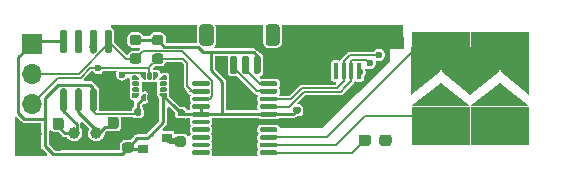
<source format=gbr>
%TF.GenerationSoftware,KiCad,Pcbnew,(5.99.0-3299-gfc1665ff2)*%
%TF.CreationDate,2020-09-21T16:58:29+07:00*%
%TF.ProjectId,smart_wristband,736d6172-745f-4777-9269-737462616e64,rev?*%
%TF.SameCoordinates,Original*%
%TF.FileFunction,Copper,L1,Top*%
%TF.FilePolarity,Positive*%
%FSLAX46Y46*%
G04 Gerber Fmt 4.6, Leading zero omitted, Abs format (unit mm)*
G04 Created by KiCad (PCBNEW (5.99.0-3299-gfc1665ff2)) date 2020-09-21 16:58:29*
%MOMM*%
%LPD*%
G01*
G04 APERTURE LIST*
%TA.AperFunction,SMDPad,CuDef*%
%ADD10R,0.900000X0.800000*%
%TD*%
%TA.AperFunction,SMDPad,CuDef*%
%ADD11R,5.000000X3.333333*%
%TD*%
%TA.AperFunction,ComponentPad*%
%ADD12C,1.000000*%
%TD*%
%TA.AperFunction,SMDPad,CuDef*%
%ADD13R,0.400000X1.400000*%
%TD*%
%TA.AperFunction,SMDPad,CuDef*%
%ADD14R,1.800000X1.900000*%
%TD*%
%TA.AperFunction,SMDPad,CuDef*%
%ADD15R,2.300000X1.900000*%
%TD*%
%TA.AperFunction,ComponentPad*%
%ADD16R,1.700000X1.700000*%
%TD*%
%TA.AperFunction,ComponentPad*%
%ADD17O,1.700000X1.700000*%
%TD*%
%TA.AperFunction,ViaPad*%
%ADD18C,1.000000*%
%TD*%
%TA.AperFunction,ViaPad*%
%ADD19C,0.600000*%
%TD*%
%TA.AperFunction,Conductor*%
%ADD20C,0.150000*%
%TD*%
%TA.AperFunction,Conductor*%
%ADD21C,0.254000*%
%TD*%
%TA.AperFunction,Conductor*%
%ADD22C,0.500000*%
%TD*%
G04 APERTURE END LIST*
%TO.P,R1,1*%
%TO.N,+3V3*%
%TA.AperFunction,SMDPad,CuDef*%
G36*
G01*
X112658750Y-92050000D02*
X113171250Y-92050000D01*
G75*
G02*
X113390000Y-92268750I0J-218750D01*
G01*
X113390000Y-92706250D01*
G75*
G02*
X113171250Y-92925000I-218750J0D01*
G01*
X112658750Y-92925000D01*
G75*
G02*
X112440000Y-92706250I0J218750D01*
G01*
X112440000Y-92268750D01*
G75*
G02*
X112658750Y-92050000I218750J0D01*
G01*
G37*
%TD.AperFunction*%
%TO.P,R1,2*%
%TO.N,SDA*%
%TA.AperFunction,SMDPad,CuDef*%
G36*
G01*
X112658750Y-93625000D02*
X113171250Y-93625000D01*
G75*
G02*
X113390000Y-93843750I0J-218750D01*
G01*
X113390000Y-94281250D01*
G75*
G02*
X113171250Y-94500000I-218750J0D01*
G01*
X112658750Y-94500000D01*
G75*
G02*
X112440000Y-94281250I0J218750D01*
G01*
X112440000Y-93843750D01*
G75*
G02*
X112658750Y-93625000I218750J0D01*
G01*
G37*
%TD.AperFunction*%
%TD*%
D10*
%TO.P,U4,1,GND*%
%TO.N,GND*%
X113550000Y-99825000D03*
%TO.P,U4,2,VO*%
%TO.N,+3V3*%
X113550000Y-101725000D03*
%TO.P,U4,3,VI*%
%TO.N,Vdrive*%
X115550000Y-100775000D03*
%TD*%
D11*
%TO.P,SW1,1,A*%
%TO.N,CAP_Touch*%
X143775000Y-93433334D03*
%TA.AperFunction,SMDPad,CuDef*%
G36*
X136275000Y-93100000D02*
G01*
X136275000Y-97100000D01*
X138775000Y-95100000D01*
X136275000Y-93100000D01*
G37*
%TD.AperFunction*%
%TA.AperFunction,SMDPad,CuDef*%
G36*
X143775000Y-95100000D02*
G01*
X146275000Y-97100000D01*
X146275000Y-93100000D01*
X143775000Y-95100000D01*
G37*
%TD.AperFunction*%
%TA.AperFunction,SMDPad,CuDef*%
G36*
X141275000Y-93100000D02*
G01*
X141275000Y-97100000D01*
X143775000Y-95100000D01*
X141275000Y-93100000D01*
G37*
%TD.AperFunction*%
X138775000Y-93433334D03*
%TA.AperFunction,SMDPad,CuDef*%
G36*
X138775000Y-95100000D02*
G01*
X141275000Y-97100000D01*
X141275000Y-93100000D01*
X138775000Y-95100000D01*
G37*
%TD.AperFunction*%
%TA.AperFunction,SMDPad,CuDef*%
%TO.P,SW1,2,B*%
%TO.N,CAP_Touch1*%
G36*
X143775000Y-96100000D02*
G01*
X141275000Y-98100000D01*
X146275000Y-98100000D01*
X143775000Y-96100000D01*
X143775000Y-96100000D01*
G37*
%TD.AperFunction*%
X143775000Y-99766666D03*
X138775000Y-99766666D03*
%TA.AperFunction,SMDPad,CuDef*%
G36*
X138775000Y-96100000D02*
G01*
X136275000Y-98100000D01*
X141275000Y-98100000D01*
X138775000Y-96100000D01*
X138775000Y-96100000D01*
G37*
%TD.AperFunction*%
%TD*%
%TO.P,C11,1*%
%TO.N,Vdrive*%
%TA.AperFunction,SMDPad,CuDef*%
G36*
G01*
X116981250Y-101515000D02*
X116468750Y-101515000D01*
G75*
G02*
X116250000Y-101296250I0J218750D01*
G01*
X116250000Y-100858750D01*
G75*
G02*
X116468750Y-100640000I218750J0D01*
G01*
X116981250Y-100640000D01*
G75*
G02*
X117200000Y-100858750I0J-218750D01*
G01*
X117200000Y-101296250D01*
G75*
G02*
X116981250Y-101515000I-218750J0D01*
G01*
G37*
%TD.AperFunction*%
%TO.P,C11,2*%
%TO.N,GND*%
%TA.AperFunction,SMDPad,CuDef*%
G36*
G01*
X116981250Y-99940000D02*
X116468750Y-99940000D01*
G75*
G02*
X116250000Y-99721250I0J218750D01*
G01*
X116250000Y-99283750D01*
G75*
G02*
X116468750Y-99065000I218750J0D01*
G01*
X116981250Y-99065000D01*
G75*
G02*
X117200000Y-99283750I0J-218750D01*
G01*
X117200000Y-99721250D01*
G75*
G02*
X116981250Y-99940000I-218750J0D01*
G01*
G37*
%TD.AperFunction*%
%TD*%
%TO.P,U1,1,PB8*%
%TO.N,Net-(U1-Pad1)*%
%TA.AperFunction,SMDPad,CuDef*%
G36*
G01*
X117725000Y-96275000D02*
X117725000Y-96075000D01*
G75*
G02*
X117825000Y-95975000I100000J0D01*
G01*
X119100000Y-95975000D01*
G75*
G02*
X119200000Y-96075000I0J-100000D01*
G01*
X119200000Y-96275000D01*
G75*
G02*
X119100000Y-96375000I-100000J0D01*
G01*
X117825000Y-96375000D01*
G75*
G02*
X117725000Y-96275000I0J100000D01*
G01*
G37*
%TD.AperFunction*%
%TO.P,U1,2,PF0*%
%TO.N,SCL*%
%TA.AperFunction,SMDPad,CuDef*%
G36*
G01*
X117725000Y-96925000D02*
X117725000Y-96725000D01*
G75*
G02*
X117825000Y-96625000I100000J0D01*
G01*
X119100000Y-96625000D01*
G75*
G02*
X119200000Y-96725000I0J-100000D01*
G01*
X119200000Y-96925000D01*
G75*
G02*
X119100000Y-97025000I-100000J0D01*
G01*
X117825000Y-97025000D01*
G75*
G02*
X117725000Y-96925000I0J100000D01*
G01*
G37*
%TD.AperFunction*%
%TO.P,U1,3,PF1*%
%TO.N,SDA*%
%TA.AperFunction,SMDPad,CuDef*%
G36*
G01*
X117725000Y-97575000D02*
X117725000Y-97375000D01*
G75*
G02*
X117825000Y-97275000I100000J0D01*
G01*
X119100000Y-97275000D01*
G75*
G02*
X119200000Y-97375000I0J-100000D01*
G01*
X119200000Y-97575000D01*
G75*
G02*
X119100000Y-97675000I-100000J0D01*
G01*
X117825000Y-97675000D01*
G75*
G02*
X117725000Y-97575000I0J100000D01*
G01*
G37*
%TD.AperFunction*%
%TO.P,U1,4,NRST*%
%TO.N,+3V3*%
%TA.AperFunction,SMDPad,CuDef*%
G36*
G01*
X117725000Y-98225000D02*
X117725000Y-98025000D01*
G75*
G02*
X117825000Y-97925000I100000J0D01*
G01*
X119100000Y-97925000D01*
G75*
G02*
X119200000Y-98025000I0J-100000D01*
G01*
X119200000Y-98225000D01*
G75*
G02*
X119100000Y-98325000I-100000J0D01*
G01*
X117825000Y-98325000D01*
G75*
G02*
X117725000Y-98225000I0J100000D01*
G01*
G37*
%TD.AperFunction*%
%TO.P,U1,5,VDDA*%
%TA.AperFunction,SMDPad,CuDef*%
G36*
G01*
X117725000Y-98875000D02*
X117725000Y-98675000D01*
G75*
G02*
X117825000Y-98575000I100000J0D01*
G01*
X119100000Y-98575000D01*
G75*
G02*
X119200000Y-98675000I0J-100000D01*
G01*
X119200000Y-98875000D01*
G75*
G02*
X119100000Y-98975000I-100000J0D01*
G01*
X117825000Y-98975000D01*
G75*
G02*
X117725000Y-98875000I0J100000D01*
G01*
G37*
%TD.AperFunction*%
%TO.P,U1,6,PA0*%
%TO.N,Net-(U1-Pad6)*%
%TA.AperFunction,SMDPad,CuDef*%
G36*
G01*
X117725000Y-99525000D02*
X117725000Y-99325000D01*
G75*
G02*
X117825000Y-99225000I100000J0D01*
G01*
X119100000Y-99225000D01*
G75*
G02*
X119200000Y-99325000I0J-100000D01*
G01*
X119200000Y-99525000D01*
G75*
G02*
X119100000Y-99625000I-100000J0D01*
G01*
X117825000Y-99625000D01*
G75*
G02*
X117725000Y-99525000I0J100000D01*
G01*
G37*
%TD.AperFunction*%
%TO.P,U1,7,PA1*%
%TO.N,Net-(U1-Pad7)*%
%TA.AperFunction,SMDPad,CuDef*%
G36*
G01*
X117725000Y-100175000D02*
X117725000Y-99975000D01*
G75*
G02*
X117825000Y-99875000I100000J0D01*
G01*
X119100000Y-99875000D01*
G75*
G02*
X119200000Y-99975000I0J-100000D01*
G01*
X119200000Y-100175000D01*
G75*
G02*
X119100000Y-100275000I-100000J0D01*
G01*
X117825000Y-100275000D01*
G75*
G02*
X117725000Y-100175000I0J100000D01*
G01*
G37*
%TD.AperFunction*%
%TO.P,U1,8,PA2*%
%TO.N,TX*%
%TA.AperFunction,SMDPad,CuDef*%
G36*
G01*
X117725000Y-100825000D02*
X117725000Y-100625000D01*
G75*
G02*
X117825000Y-100525000I100000J0D01*
G01*
X119100000Y-100525000D01*
G75*
G02*
X119200000Y-100625000I0J-100000D01*
G01*
X119200000Y-100825000D01*
G75*
G02*
X119100000Y-100925000I-100000J0D01*
G01*
X117825000Y-100925000D01*
G75*
G02*
X117725000Y-100825000I0J100000D01*
G01*
G37*
%TD.AperFunction*%
%TO.P,U1,9,PA3*%
%TO.N,RX*%
%TA.AperFunction,SMDPad,CuDef*%
G36*
G01*
X117725000Y-101475000D02*
X117725000Y-101275000D01*
G75*
G02*
X117825000Y-101175000I100000J0D01*
G01*
X119100000Y-101175000D01*
G75*
G02*
X119200000Y-101275000I0J-100000D01*
G01*
X119200000Y-101475000D01*
G75*
G02*
X119100000Y-101575000I-100000J0D01*
G01*
X117825000Y-101575000D01*
G75*
G02*
X117725000Y-101475000I0J100000D01*
G01*
G37*
%TD.AperFunction*%
%TO.P,U1,10,PA4*%
%TO.N,Net-(U1-Pad10)*%
%TA.AperFunction,SMDPad,CuDef*%
G36*
G01*
X117725000Y-102125000D02*
X117725000Y-101925000D01*
G75*
G02*
X117825000Y-101825000I100000J0D01*
G01*
X119100000Y-101825000D01*
G75*
G02*
X119200000Y-101925000I0J-100000D01*
G01*
X119200000Y-102125000D01*
G75*
G02*
X119100000Y-102225000I-100000J0D01*
G01*
X117825000Y-102225000D01*
G75*
G02*
X117725000Y-102125000I0J100000D01*
G01*
G37*
%TD.AperFunction*%
%TO.P,U1,11,PA5*%
%TO.N,CAP_sample*%
%TA.AperFunction,SMDPad,CuDef*%
G36*
G01*
X123450000Y-102125000D02*
X123450000Y-101925000D01*
G75*
G02*
X123550000Y-101825000I100000J0D01*
G01*
X124825000Y-101825000D01*
G75*
G02*
X124925000Y-101925000I0J-100000D01*
G01*
X124925000Y-102125000D01*
G75*
G02*
X124825000Y-102225000I-100000J0D01*
G01*
X123550000Y-102225000D01*
G75*
G02*
X123450000Y-102125000I0J100000D01*
G01*
G37*
%TD.AperFunction*%
%TO.P,U1,12,PA6*%
%TO.N,CAP_Touch1*%
%TA.AperFunction,SMDPad,CuDef*%
G36*
G01*
X123450000Y-101475000D02*
X123450000Y-101275000D01*
G75*
G02*
X123550000Y-101175000I100000J0D01*
G01*
X124825000Y-101175000D01*
G75*
G02*
X124925000Y-101275000I0J-100000D01*
G01*
X124925000Y-101475000D01*
G75*
G02*
X124825000Y-101575000I-100000J0D01*
G01*
X123550000Y-101575000D01*
G75*
G02*
X123450000Y-101475000I0J100000D01*
G01*
G37*
%TD.AperFunction*%
%TO.P,U1,13,PA7*%
%TO.N,CAP_Touch*%
%TA.AperFunction,SMDPad,CuDef*%
G36*
G01*
X123450000Y-100825000D02*
X123450000Y-100625000D01*
G75*
G02*
X123550000Y-100525000I100000J0D01*
G01*
X124825000Y-100525000D01*
G75*
G02*
X124925000Y-100625000I0J-100000D01*
G01*
X124925000Y-100825000D01*
G75*
G02*
X124825000Y-100925000I-100000J0D01*
G01*
X123550000Y-100925000D01*
G75*
G02*
X123450000Y-100825000I0J100000D01*
G01*
G37*
%TD.AperFunction*%
%TO.P,U1,14,PB1*%
%TO.N,Net-(U1-Pad14)*%
%TA.AperFunction,SMDPad,CuDef*%
G36*
G01*
X123450000Y-100175000D02*
X123450000Y-99975000D01*
G75*
G02*
X123550000Y-99875000I100000J0D01*
G01*
X124825000Y-99875000D01*
G75*
G02*
X124925000Y-99975000I0J-100000D01*
G01*
X124925000Y-100175000D01*
G75*
G02*
X124825000Y-100275000I-100000J0D01*
G01*
X123550000Y-100275000D01*
G75*
G02*
X123450000Y-100175000I0J100000D01*
G01*
G37*
%TD.AperFunction*%
%TO.P,U1,15,VSS*%
%TO.N,GND*%
%TA.AperFunction,SMDPad,CuDef*%
G36*
G01*
X123450000Y-99525000D02*
X123450000Y-99325000D01*
G75*
G02*
X123550000Y-99225000I100000J0D01*
G01*
X124825000Y-99225000D01*
G75*
G02*
X124925000Y-99325000I0J-100000D01*
G01*
X124925000Y-99525000D01*
G75*
G02*
X124825000Y-99625000I-100000J0D01*
G01*
X123550000Y-99625000D01*
G75*
G02*
X123450000Y-99525000I0J100000D01*
G01*
G37*
%TD.AperFunction*%
%TO.P,U1,16,VDD*%
%TO.N,+3V3*%
%TA.AperFunction,SMDPad,CuDef*%
G36*
G01*
X123450000Y-98875000D02*
X123450000Y-98675000D01*
G75*
G02*
X123550000Y-98575000I100000J0D01*
G01*
X124825000Y-98575000D01*
G75*
G02*
X124925000Y-98675000I0J-100000D01*
G01*
X124925000Y-98875000D01*
G75*
G02*
X124825000Y-98975000I-100000J0D01*
G01*
X123550000Y-98975000D01*
G75*
G02*
X123450000Y-98875000I0J100000D01*
G01*
G37*
%TD.AperFunction*%
%TO.P,U1,17,PA9/PA11*%
%TO.N,USB_DM*%
%TA.AperFunction,SMDPad,CuDef*%
G36*
G01*
X123450000Y-98225000D02*
X123450000Y-98025000D01*
G75*
G02*
X123550000Y-97925000I100000J0D01*
G01*
X124825000Y-97925000D01*
G75*
G02*
X124925000Y-98025000I0J-100000D01*
G01*
X124925000Y-98225000D01*
G75*
G02*
X124825000Y-98325000I-100000J0D01*
G01*
X123550000Y-98325000D01*
G75*
G02*
X123450000Y-98225000I0J100000D01*
G01*
G37*
%TD.AperFunction*%
%TO.P,U1,18,PA10/PA12*%
%TO.N,USB_DP*%
%TA.AperFunction,SMDPad,CuDef*%
G36*
G01*
X123450000Y-97575000D02*
X123450000Y-97375000D01*
G75*
G02*
X123550000Y-97275000I100000J0D01*
G01*
X124825000Y-97275000D01*
G75*
G02*
X124925000Y-97375000I0J-100000D01*
G01*
X124925000Y-97575000D01*
G75*
G02*
X124825000Y-97675000I-100000J0D01*
G01*
X123550000Y-97675000D01*
G75*
G02*
X123450000Y-97575000I0J100000D01*
G01*
G37*
%TD.AperFunction*%
%TO.P,U1,19,PA13*%
%TO.N,SWCLK*%
%TA.AperFunction,SMDPad,CuDef*%
G36*
G01*
X123450000Y-96925000D02*
X123450000Y-96725000D01*
G75*
G02*
X123550000Y-96625000I100000J0D01*
G01*
X124825000Y-96625000D01*
G75*
G02*
X124925000Y-96725000I0J-100000D01*
G01*
X124925000Y-96925000D01*
G75*
G02*
X124825000Y-97025000I-100000J0D01*
G01*
X123550000Y-97025000D01*
G75*
G02*
X123450000Y-96925000I0J100000D01*
G01*
G37*
%TD.AperFunction*%
%TO.P,U1,20,PA14*%
%TO.N,SWDIO*%
%TA.AperFunction,SMDPad,CuDef*%
G36*
G01*
X123450000Y-96275000D02*
X123450000Y-96075000D01*
G75*
G02*
X123550000Y-95975000I100000J0D01*
G01*
X124825000Y-95975000D01*
G75*
G02*
X124925000Y-96075000I0J-100000D01*
G01*
X124925000Y-96275000D01*
G75*
G02*
X124825000Y-96375000I-100000J0D01*
G01*
X123550000Y-96375000D01*
G75*
G02*
X123450000Y-96275000I0J100000D01*
G01*
G37*
%TD.AperFunction*%
%TD*%
%TO.P,R2,1*%
%TO.N,+3V3*%
%TA.AperFunction,SMDPad,CuDef*%
G36*
G01*
X114543750Y-92050000D02*
X115056250Y-92050000D01*
G75*
G02*
X115275000Y-92268750I0J-218750D01*
G01*
X115275000Y-92706250D01*
G75*
G02*
X115056250Y-92925000I-218750J0D01*
G01*
X114543750Y-92925000D01*
G75*
G02*
X114325000Y-92706250I0J218750D01*
G01*
X114325000Y-92268750D01*
G75*
G02*
X114543750Y-92050000I218750J0D01*
G01*
G37*
%TD.AperFunction*%
%TO.P,R2,2*%
%TO.N,SCL*%
%TA.AperFunction,SMDPad,CuDef*%
G36*
G01*
X114543750Y-93625000D02*
X115056250Y-93625000D01*
G75*
G02*
X115275000Y-93843750I0J-218750D01*
G01*
X115275000Y-94281250D01*
G75*
G02*
X115056250Y-94500000I-218750J0D01*
G01*
X114543750Y-94500000D01*
G75*
G02*
X114325000Y-94281250I0J218750D01*
G01*
X114325000Y-93843750D01*
G75*
G02*
X114543750Y-93625000I218750J0D01*
G01*
G37*
%TD.AperFunction*%
%TD*%
%TO.P,C2,1*%
%TO.N,+3V3*%
%TA.AperFunction,SMDPad,CuDef*%
G36*
G01*
X116972500Y-98955000D02*
X116627500Y-98955000D01*
G75*
G02*
X116480000Y-98807500I0J147500D01*
G01*
X116480000Y-98512500D01*
G75*
G02*
X116627500Y-98365000I147500J0D01*
G01*
X116972500Y-98365000D01*
G75*
G02*
X117120000Y-98512500I0J-147500D01*
G01*
X117120000Y-98807500D01*
G75*
G02*
X116972500Y-98955000I-147500J0D01*
G01*
G37*
%TD.AperFunction*%
%TO.P,C2,2*%
%TO.N,GND*%
%TA.AperFunction,SMDPad,CuDef*%
G36*
G01*
X116972500Y-97985000D02*
X116627500Y-97985000D01*
G75*
G02*
X116480000Y-97837500I0J147500D01*
G01*
X116480000Y-97542500D01*
G75*
G02*
X116627500Y-97395000I147500J0D01*
G01*
X116972500Y-97395000D01*
G75*
G02*
X117120000Y-97542500I0J-147500D01*
G01*
X117120000Y-97837500D01*
G75*
G02*
X116972500Y-97985000I-147500J0D01*
G01*
G37*
%TD.AperFunction*%
%TD*%
%TO.P,J3,1,Pin_1*%
%TO.N,GND*%
%TA.AperFunction,SMDPad,CuDef*%
G36*
G01*
X119925000Y-95200000D02*
X119925000Y-93950000D01*
G75*
G02*
X120075000Y-93800000I150000J0D01*
G01*
X120375000Y-93800000D01*
G75*
G02*
X120525000Y-93950000I0J-150000D01*
G01*
X120525000Y-95200000D01*
G75*
G02*
X120375000Y-95350000I-150000J0D01*
G01*
X120075000Y-95350000D01*
G75*
G02*
X119925000Y-95200000I0J150000D01*
G01*
G37*
%TD.AperFunction*%
%TO.P,J3,2,Pin_2*%
%TO.N,SWCLK*%
%TA.AperFunction,SMDPad,CuDef*%
G36*
G01*
X120925000Y-95200000D02*
X120925000Y-93950000D01*
G75*
G02*
X121075000Y-93800000I150000J0D01*
G01*
X121375000Y-93800000D01*
G75*
G02*
X121525000Y-93950000I0J-150000D01*
G01*
X121525000Y-95200000D01*
G75*
G02*
X121375000Y-95350000I-150000J0D01*
G01*
X121075000Y-95350000D01*
G75*
G02*
X120925000Y-95200000I0J150000D01*
G01*
G37*
%TD.AperFunction*%
%TO.P,J3,3,Pin_3*%
%TO.N,SWDIO*%
%TA.AperFunction,SMDPad,CuDef*%
G36*
G01*
X121925000Y-95200000D02*
X121925000Y-93950000D01*
G75*
G02*
X122075000Y-93800000I150000J0D01*
G01*
X122375000Y-93800000D01*
G75*
G02*
X122525000Y-93950000I0J-150000D01*
G01*
X122525000Y-95200000D01*
G75*
G02*
X122375000Y-95350000I-150000J0D01*
G01*
X122075000Y-95350000D01*
G75*
G02*
X121925000Y-95200000I0J150000D01*
G01*
G37*
%TD.AperFunction*%
%TO.P,J3,4,Pin_4*%
%TO.N,+3V3*%
%TA.AperFunction,SMDPad,CuDef*%
G36*
G01*
X122925000Y-95200000D02*
X122925000Y-93950000D01*
G75*
G02*
X123075000Y-93800000I150000J0D01*
G01*
X123375000Y-93800000D01*
G75*
G02*
X123525000Y-93950000I0J-150000D01*
G01*
X123525000Y-95200000D01*
G75*
G02*
X123375000Y-95350000I-150000J0D01*
G01*
X123075000Y-95350000D01*
G75*
G02*
X122925000Y-95200000I0J150000D01*
G01*
G37*
%TD.AperFunction*%
%TO.P,J3,MP*%
%TO.N,N/C*%
%TA.AperFunction,SMDPad,CuDef*%
G36*
G01*
X123925000Y-92700000D02*
X123925000Y-91400000D01*
G75*
G02*
X124175000Y-91150000I250000J0D01*
G01*
X124875000Y-91150000D01*
G75*
G02*
X125125000Y-91400000I0J-250000D01*
G01*
X125125000Y-92700000D01*
G75*
G02*
X124875000Y-92950000I-250000J0D01*
G01*
X124175000Y-92950000D01*
G75*
G02*
X123925000Y-92700000I0J250000D01*
G01*
G37*
%TD.AperFunction*%
%TA.AperFunction,SMDPad,CuDef*%
G36*
G01*
X118325000Y-92700000D02*
X118325000Y-91400000D01*
G75*
G02*
X118575000Y-91150000I250000J0D01*
G01*
X119275000Y-91150000D01*
G75*
G02*
X119525000Y-91400000I0J-250000D01*
G01*
X119525000Y-92700000D01*
G75*
G02*
X119275000Y-92950000I-250000J0D01*
G01*
X118575000Y-92950000D01*
G75*
G02*
X118325000Y-92700000I0J250000D01*
G01*
G37*
%TD.AperFunction*%
%TD*%
%TO.P,C4,1*%
%TO.N,GND*%
%TA.AperFunction,SMDPad,CuDef*%
G36*
G01*
X111262500Y-101775000D02*
X110787500Y-101775000D01*
G75*
G02*
X110550000Y-101537500I0J237500D01*
G01*
X110550000Y-100962500D01*
G75*
G02*
X110787500Y-100725000I237500J0D01*
G01*
X111262500Y-100725000D01*
G75*
G02*
X111500000Y-100962500I0J-237500D01*
G01*
X111500000Y-101537500D01*
G75*
G02*
X111262500Y-101775000I-237500J0D01*
G01*
G37*
%TD.AperFunction*%
%TO.P,C4,2*%
%TO.N,Net-(C4-Pad2)*%
%TA.AperFunction,SMDPad,CuDef*%
G36*
G01*
X111262500Y-100025000D02*
X110787500Y-100025000D01*
G75*
G02*
X110550000Y-99787500I0J237500D01*
G01*
X110550000Y-99212500D01*
G75*
G02*
X110787500Y-98975000I237500J0D01*
G01*
X111262500Y-98975000D01*
G75*
G02*
X111500000Y-99212500I0J-237500D01*
G01*
X111500000Y-99787500D01*
G75*
G02*
X111262500Y-100025000I-237500J0D01*
G01*
G37*
%TD.AperFunction*%
%TD*%
%TA.AperFunction,SMDPad,CuDef*%
%TO.P,U3,1,SDO/SA0*%
%TO.N,Net-(U3-Pad1)*%
G36*
X112973814Y-95486047D02*
G01*
X112975890Y-95485491D01*
X112979071Y-95486974D01*
X112996232Y-95490000D01*
X113009581Y-95501201D01*
X113025370Y-95508564D01*
X113231436Y-95714629D01*
X113234278Y-95718688D01*
X113236140Y-95719763D01*
X113237341Y-95723062D01*
X113247335Y-95737335D01*
X113248853Y-95754693D01*
X113254813Y-95771066D01*
X113254813Y-95815000D01*
X113252985Y-95825369D01*
X113253600Y-95828859D01*
X113251828Y-95831927D01*
X113250000Y-95842298D01*
X113236670Y-95858184D01*
X113226303Y-95876140D01*
X113219535Y-95878603D01*
X113214906Y-95884120D01*
X113194486Y-95887720D01*
X113175000Y-95894813D01*
X112700000Y-95894813D01*
X112689631Y-95892985D01*
X112686141Y-95893600D01*
X112683073Y-95891828D01*
X112672702Y-95890000D01*
X112656816Y-95876670D01*
X112638860Y-95866303D01*
X112636397Y-95859535D01*
X112630880Y-95854906D01*
X112627280Y-95834486D01*
X112620187Y-95815000D01*
X112620187Y-95565000D01*
X112622015Y-95554631D01*
X112621400Y-95551141D01*
X112623172Y-95548073D01*
X112625000Y-95537702D01*
X112638330Y-95521816D01*
X112648697Y-95503860D01*
X112655465Y-95501397D01*
X112660094Y-95495880D01*
X112680514Y-95492280D01*
X112700000Y-95485187D01*
X112968934Y-95485187D01*
X112973814Y-95486047D01*
G37*
%TD.AperFunction*%
%TO.P,U3,2,SDX*%
%TO.N,Net-(U3-Pad2)*%
%TA.AperFunction,SMDPad,CuDef*%
G36*
G01*
X112625000Y-96290000D02*
X112625000Y-96090000D01*
G75*
G02*
X112725000Y-95990000I100000J0D01*
G01*
X113150000Y-95990000D01*
G75*
G02*
X113250000Y-96090000I0J-100000D01*
G01*
X113250000Y-96290000D01*
G75*
G02*
X113150000Y-96390000I-100000J0D01*
G01*
X112725000Y-96390000D01*
G75*
G02*
X112625000Y-96290000I0J100000D01*
G01*
G37*
%TD.AperFunction*%
%TO.P,U3,3,SCX*%
%TO.N,Net-(U3-Pad3)*%
%TA.AperFunction,SMDPad,CuDef*%
G36*
G01*
X112625000Y-96790000D02*
X112625000Y-96590000D01*
G75*
G02*
X112725000Y-96490000I100000J0D01*
G01*
X113150000Y-96490000D01*
G75*
G02*
X113250000Y-96590000I0J-100000D01*
G01*
X113250000Y-96790000D01*
G75*
G02*
X113150000Y-96890000I-100000J0D01*
G01*
X112725000Y-96890000D01*
G75*
G02*
X112625000Y-96790000I0J100000D01*
G01*
G37*
%TD.AperFunction*%
%TA.AperFunction,SMDPad,CuDef*%
%TO.P,U3,4,INT1*%
%TO.N,Net-(U3-Pad4)*%
G36*
X113185369Y-96987015D02*
G01*
X113188859Y-96986400D01*
X113191927Y-96988172D01*
X113202298Y-96990000D01*
X113218184Y-97003330D01*
X113236140Y-97013697D01*
X113238603Y-97020465D01*
X113244120Y-97025094D01*
X113247720Y-97045514D01*
X113254813Y-97065000D01*
X113254813Y-97108934D01*
X113253953Y-97113814D01*
X113254509Y-97115890D01*
X113253026Y-97119071D01*
X113250000Y-97136232D01*
X113238799Y-97149580D01*
X113231436Y-97165371D01*
X113025370Y-97371436D01*
X113021312Y-97374277D01*
X113020237Y-97376140D01*
X113016937Y-97377341D01*
X113002664Y-97387336D01*
X112985305Y-97388854D01*
X112968934Y-97394813D01*
X112700000Y-97394813D01*
X112689631Y-97392985D01*
X112686141Y-97393600D01*
X112683073Y-97391828D01*
X112672702Y-97390000D01*
X112656816Y-97376670D01*
X112638860Y-97366303D01*
X112636397Y-97359535D01*
X112630880Y-97354906D01*
X112627280Y-97334486D01*
X112620187Y-97315000D01*
X112620187Y-97065000D01*
X112622015Y-97054631D01*
X112621400Y-97051141D01*
X112623172Y-97048073D01*
X112625000Y-97037702D01*
X112638330Y-97021816D01*
X112648697Y-97003860D01*
X112655465Y-97001397D01*
X112660094Y-96995880D01*
X112680514Y-96992280D01*
X112700000Y-96985187D01*
X113175000Y-96985187D01*
X113185369Y-96987015D01*
G37*
%TD.AperFunction*%
%TA.AperFunction,SMDPad,CuDef*%
%TO.P,U3,5,VDDIO*%
%TO.N,+3V3*%
G36*
X113735369Y-97037015D02*
G01*
X113738859Y-97036400D01*
X113741927Y-97038172D01*
X113752298Y-97040000D01*
X113768184Y-97053330D01*
X113786140Y-97063697D01*
X113788603Y-97070465D01*
X113794120Y-97075094D01*
X113797720Y-97095514D01*
X113804813Y-97115000D01*
X113804813Y-97590000D01*
X113802985Y-97600369D01*
X113803600Y-97603859D01*
X113801828Y-97606927D01*
X113800000Y-97617298D01*
X113786670Y-97633184D01*
X113776303Y-97651140D01*
X113769535Y-97653603D01*
X113764906Y-97659120D01*
X113744486Y-97662720D01*
X113725000Y-97669813D01*
X113475000Y-97669813D01*
X113464631Y-97667985D01*
X113461141Y-97668600D01*
X113458073Y-97666828D01*
X113447702Y-97665000D01*
X113431816Y-97651670D01*
X113413860Y-97641303D01*
X113411397Y-97634535D01*
X113405880Y-97629906D01*
X113402280Y-97609486D01*
X113395187Y-97590000D01*
X113395187Y-97321066D01*
X113396047Y-97316186D01*
X113395491Y-97314110D01*
X113396974Y-97310929D01*
X113400000Y-97293768D01*
X113411201Y-97280419D01*
X113418564Y-97264630D01*
X113624629Y-97058564D01*
X113628688Y-97055722D01*
X113629763Y-97053860D01*
X113633062Y-97052659D01*
X113647335Y-97042665D01*
X113664693Y-97041147D01*
X113681066Y-97035187D01*
X113725000Y-97035187D01*
X113735369Y-97037015D01*
G37*
%TD.AperFunction*%
%TO.P,U3,6,GND*%
%TO.N,GND*%
%TA.AperFunction,SMDPad,CuDef*%
G36*
G01*
X113900000Y-97565000D02*
X113900000Y-97140000D01*
G75*
G02*
X114000000Y-97040000I100000J0D01*
G01*
X114200000Y-97040000D01*
G75*
G02*
X114300000Y-97140000I0J-100000D01*
G01*
X114300000Y-97565000D01*
G75*
G02*
X114200000Y-97665000I-100000J0D01*
G01*
X114000000Y-97665000D01*
G75*
G02*
X113900000Y-97565000I0J100000D01*
G01*
G37*
%TD.AperFunction*%
%TA.AperFunction,SMDPad,CuDef*%
%TO.P,U3,7,GND*%
G36*
X114523814Y-97036047D02*
G01*
X114525890Y-97035491D01*
X114529071Y-97036974D01*
X114546232Y-97040000D01*
X114559581Y-97051201D01*
X114575370Y-97058564D01*
X114781436Y-97264629D01*
X114784278Y-97268688D01*
X114786140Y-97269763D01*
X114787341Y-97273062D01*
X114797335Y-97287335D01*
X114798853Y-97304693D01*
X114804813Y-97321066D01*
X114804813Y-97590000D01*
X114802985Y-97600369D01*
X114803600Y-97603859D01*
X114801828Y-97606927D01*
X114800000Y-97617298D01*
X114786670Y-97633184D01*
X114776303Y-97651140D01*
X114769535Y-97653603D01*
X114764906Y-97659120D01*
X114744486Y-97662720D01*
X114725000Y-97669813D01*
X114475000Y-97669813D01*
X114464631Y-97667985D01*
X114461141Y-97668600D01*
X114458073Y-97666828D01*
X114447702Y-97665000D01*
X114431816Y-97651670D01*
X114413860Y-97641303D01*
X114411397Y-97634535D01*
X114405880Y-97629906D01*
X114402280Y-97609486D01*
X114395187Y-97590000D01*
X114395187Y-97115000D01*
X114397015Y-97104631D01*
X114396400Y-97101141D01*
X114398172Y-97098073D01*
X114400000Y-97087702D01*
X114413330Y-97071816D01*
X114423697Y-97053860D01*
X114430465Y-97051397D01*
X114435094Y-97045880D01*
X114455514Y-97042280D01*
X114475000Y-97035187D01*
X114518934Y-97035187D01*
X114523814Y-97036047D01*
G37*
%TD.AperFunction*%
%TA.AperFunction,SMDPad,CuDef*%
%TO.P,U3,8,VDD*%
%TO.N,+3V3*%
G36*
X115510369Y-96987015D02*
G01*
X115513859Y-96986400D01*
X115516927Y-96988172D01*
X115527298Y-96990000D01*
X115543184Y-97003330D01*
X115561140Y-97013697D01*
X115563603Y-97020465D01*
X115569120Y-97025094D01*
X115572720Y-97045514D01*
X115579813Y-97065000D01*
X115579813Y-97315000D01*
X115577985Y-97325369D01*
X115578600Y-97328859D01*
X115576828Y-97331927D01*
X115575000Y-97342298D01*
X115561670Y-97358184D01*
X115551303Y-97376140D01*
X115544535Y-97378603D01*
X115539906Y-97384120D01*
X115519486Y-97387720D01*
X115500000Y-97394813D01*
X115231066Y-97394813D01*
X115226186Y-97393953D01*
X115224110Y-97394509D01*
X115220929Y-97393026D01*
X115203768Y-97390000D01*
X115190420Y-97378799D01*
X115174629Y-97371436D01*
X114968564Y-97165370D01*
X114965723Y-97161312D01*
X114963860Y-97160237D01*
X114962659Y-97156937D01*
X114952664Y-97142664D01*
X114951146Y-97125305D01*
X114945187Y-97108934D01*
X114945187Y-97065000D01*
X114947015Y-97054631D01*
X114946400Y-97051141D01*
X114948172Y-97048073D01*
X114950000Y-97037702D01*
X114963330Y-97021816D01*
X114973697Y-97003860D01*
X114980465Y-97001397D01*
X114985094Y-96995880D01*
X115005514Y-96992280D01*
X115025000Y-96985187D01*
X115500000Y-96985187D01*
X115510369Y-96987015D01*
G37*
%TD.AperFunction*%
%TO.P,U3,9,INT2*%
%TO.N,Net-(U3-Pad9)*%
%TA.AperFunction,SMDPad,CuDef*%
G36*
G01*
X114950000Y-96790000D02*
X114950000Y-96590000D01*
G75*
G02*
X115050000Y-96490000I100000J0D01*
G01*
X115475000Y-96490000D01*
G75*
G02*
X115575000Y-96590000I0J-100000D01*
G01*
X115575000Y-96790000D01*
G75*
G02*
X115475000Y-96890000I-100000J0D01*
G01*
X115050000Y-96890000D01*
G75*
G02*
X114950000Y-96790000I0J100000D01*
G01*
G37*
%TD.AperFunction*%
%TO.P,U3,10,NC*%
%TO.N,Net-(U3-Pad10)*%
%TA.AperFunction,SMDPad,CuDef*%
G36*
G01*
X114950000Y-96290000D02*
X114950000Y-96090000D01*
G75*
G02*
X115050000Y-95990000I100000J0D01*
G01*
X115475000Y-95990000D01*
G75*
G02*
X115575000Y-96090000I0J-100000D01*
G01*
X115575000Y-96290000D01*
G75*
G02*
X115475000Y-96390000I-100000J0D01*
G01*
X115050000Y-96390000D01*
G75*
G02*
X114950000Y-96290000I0J100000D01*
G01*
G37*
%TD.AperFunction*%
%TA.AperFunction,SMDPad,CuDef*%
%TO.P,U3,11,NC*%
%TO.N,Net-(U3-Pad11)*%
G36*
X115510369Y-95487015D02*
G01*
X115513859Y-95486400D01*
X115516927Y-95488172D01*
X115527298Y-95490000D01*
X115543184Y-95503330D01*
X115561140Y-95513697D01*
X115563603Y-95520465D01*
X115569120Y-95525094D01*
X115572720Y-95545514D01*
X115579813Y-95565000D01*
X115579813Y-95815000D01*
X115577985Y-95825369D01*
X115578600Y-95828859D01*
X115576828Y-95831927D01*
X115575000Y-95842298D01*
X115561670Y-95858184D01*
X115551303Y-95876140D01*
X115544535Y-95878603D01*
X115539906Y-95884120D01*
X115519486Y-95887720D01*
X115500000Y-95894813D01*
X115025000Y-95894813D01*
X115014631Y-95892985D01*
X115011141Y-95893600D01*
X115008073Y-95891828D01*
X114997702Y-95890000D01*
X114981816Y-95876670D01*
X114963860Y-95866303D01*
X114961397Y-95859535D01*
X114955880Y-95854906D01*
X114952280Y-95834486D01*
X114945187Y-95815000D01*
X114945187Y-95771066D01*
X114946047Y-95766186D01*
X114945491Y-95764110D01*
X114946974Y-95760929D01*
X114950000Y-95743768D01*
X114961201Y-95730419D01*
X114968564Y-95714630D01*
X115174629Y-95508564D01*
X115178688Y-95505722D01*
X115179763Y-95503860D01*
X115183062Y-95502659D01*
X115197335Y-95492665D01*
X115214693Y-95491147D01*
X115231066Y-95485187D01*
X115500000Y-95485187D01*
X115510369Y-95487015D01*
G37*
%TD.AperFunction*%
%TA.AperFunction,SMDPad,CuDef*%
%TO.P,U3,12,CS*%
%TO.N,Net-(U3-Pad12)*%
G36*
X114735369Y-95212015D02*
G01*
X114738859Y-95211400D01*
X114741927Y-95213172D01*
X114752298Y-95215000D01*
X114768184Y-95228330D01*
X114786140Y-95238697D01*
X114788603Y-95245465D01*
X114794120Y-95250094D01*
X114797720Y-95270514D01*
X114804813Y-95290000D01*
X114804813Y-95558934D01*
X114803953Y-95563814D01*
X114804509Y-95565890D01*
X114803026Y-95569071D01*
X114800000Y-95586232D01*
X114788799Y-95599580D01*
X114781436Y-95615371D01*
X114575370Y-95821436D01*
X114571312Y-95824277D01*
X114570237Y-95826140D01*
X114566937Y-95827341D01*
X114552664Y-95837336D01*
X114535305Y-95838854D01*
X114518934Y-95844813D01*
X114475000Y-95844813D01*
X114464631Y-95842985D01*
X114461141Y-95843600D01*
X114458073Y-95841828D01*
X114447702Y-95840000D01*
X114431816Y-95826670D01*
X114413860Y-95816303D01*
X114411397Y-95809535D01*
X114405880Y-95804906D01*
X114402280Y-95784486D01*
X114395187Y-95765000D01*
X114395187Y-95290000D01*
X114397015Y-95279631D01*
X114396400Y-95276141D01*
X114398172Y-95273073D01*
X114400000Y-95262702D01*
X114413330Y-95246816D01*
X114423697Y-95228860D01*
X114430465Y-95226397D01*
X114435094Y-95220880D01*
X114455514Y-95217280D01*
X114475000Y-95210187D01*
X114725000Y-95210187D01*
X114735369Y-95212015D01*
G37*
%TD.AperFunction*%
%TO.P,U3,13,SCL*%
%TO.N,SCL*%
%TA.AperFunction,SMDPad,CuDef*%
G36*
G01*
X113900000Y-95740000D02*
X113900000Y-95315000D01*
G75*
G02*
X114000000Y-95215000I100000J0D01*
G01*
X114200000Y-95215000D01*
G75*
G02*
X114300000Y-95315000I0J-100000D01*
G01*
X114300000Y-95740000D01*
G75*
G02*
X114200000Y-95840000I-100000J0D01*
G01*
X114000000Y-95840000D01*
G75*
G02*
X113900000Y-95740000I0J100000D01*
G01*
G37*
%TD.AperFunction*%
%TA.AperFunction,SMDPad,CuDef*%
%TO.P,U3,14,SDA*%
%TO.N,SDA*%
G36*
X113735369Y-95212015D02*
G01*
X113738859Y-95211400D01*
X113741927Y-95213172D01*
X113752298Y-95215000D01*
X113768184Y-95228330D01*
X113786140Y-95238697D01*
X113788603Y-95245465D01*
X113794120Y-95250094D01*
X113797720Y-95270514D01*
X113804813Y-95290000D01*
X113804813Y-95765000D01*
X113802985Y-95775369D01*
X113803600Y-95778859D01*
X113801828Y-95781927D01*
X113800000Y-95792298D01*
X113786670Y-95808184D01*
X113776303Y-95826140D01*
X113769535Y-95828603D01*
X113764906Y-95834120D01*
X113744486Y-95837720D01*
X113725000Y-95844813D01*
X113681066Y-95844813D01*
X113676186Y-95843953D01*
X113674110Y-95844509D01*
X113670929Y-95843026D01*
X113653768Y-95840000D01*
X113640420Y-95828799D01*
X113624629Y-95821436D01*
X113418564Y-95615370D01*
X113415723Y-95611312D01*
X113413860Y-95610237D01*
X113412659Y-95606937D01*
X113402664Y-95592664D01*
X113401146Y-95575305D01*
X113395187Y-95558934D01*
X113395187Y-95290000D01*
X113397015Y-95279631D01*
X113396400Y-95276141D01*
X113398172Y-95273073D01*
X113400000Y-95262702D01*
X113413330Y-95246816D01*
X113423697Y-95228860D01*
X113430465Y-95226397D01*
X113435094Y-95220880D01*
X113455514Y-95217280D01*
X113475000Y-95210187D01*
X113725000Y-95210187D01*
X113735369Y-95212015D01*
G37*
%TD.AperFunction*%
%TD*%
%TO.P,C3,1*%
%TO.N,GND*%
%TA.AperFunction,SMDPad,CuDef*%
G36*
G01*
X106612500Y-101850000D02*
X106137500Y-101850000D01*
G75*
G02*
X105900000Y-101612500I0J237500D01*
G01*
X105900000Y-101037500D01*
G75*
G02*
X106137500Y-100800000I237500J0D01*
G01*
X106612500Y-100800000D01*
G75*
G02*
X106850000Y-101037500I0J-237500D01*
G01*
X106850000Y-101612500D01*
G75*
G02*
X106612500Y-101850000I-237500J0D01*
G01*
G37*
%TD.AperFunction*%
%TO.P,C3,2*%
%TO.N,Net-(C3-Pad2)*%
%TA.AperFunction,SMDPad,CuDef*%
G36*
G01*
X106612500Y-100100000D02*
X106137500Y-100100000D01*
G75*
G02*
X105900000Y-99862500I0J237500D01*
G01*
X105900000Y-99287500D01*
G75*
G02*
X106137500Y-99050000I237500J0D01*
G01*
X106612500Y-99050000D01*
G75*
G02*
X106850000Y-99287500I0J-237500D01*
G01*
X106850000Y-99862500D01*
G75*
G02*
X106612500Y-100100000I-237500J0D01*
G01*
G37*
%TD.AperFunction*%
%TD*%
D12*
%TO.P,Y1,1,1*%
%TO.N,Net-(C4-Pad2)*%
X109600000Y-100350000D03*
%TO.P,Y1,2,2*%
%TO.N,Net-(C3-Pad2)*%
X107700000Y-100350000D03*
%TD*%
D13*
%TO.P,J1,1,VBUS*%
%TO.N,+5V*%
X131850000Y-95100000D03*
%TO.P,J1,2,D-*%
%TO.N,USB_DM*%
X131200000Y-95100000D03*
%TO.P,J1,3,D+*%
%TO.N,USB_DP*%
X130550000Y-95100000D03*
%TO.P,J1,4,ID*%
%TO.N,Net-(J1-Pad4)*%
X129900000Y-95100000D03*
%TO.P,J1,5,GND*%
%TO.N,GND*%
X129250000Y-95100000D03*
D14*
%TO.P,J1,6,Shield*%
X131700000Y-92250000D03*
X129400000Y-92250000D03*
D15*
X134300000Y-92250000D03*
X126800000Y-92250000D03*
%TD*%
D16*
%TO.P,J2,1,Pin_1*%
%TO.N,+3V3*%
X104125000Y-92825000D03*
D17*
%TO.P,J2,2,Pin_2*%
%TO.N,SDA*%
X104125000Y-95365000D03*
%TO.P,J2,3,Pin_3*%
%TO.N,SCL*%
X104125000Y-97905000D03*
%TO.P,J2,4,Pin_4*%
%TO.N,GND*%
X104125000Y-100445000D03*
%TD*%
%TO.P,U2,1,X1*%
%TO.N,Net-(C3-Pad2)*%
%TA.AperFunction,SMDPad,CuDef*%
G36*
G01*
X106970000Y-98525000D02*
X106670000Y-98525000D01*
G75*
G02*
X106520000Y-98375000I0J150000D01*
G01*
X106520000Y-96725000D01*
G75*
G02*
X106670000Y-96575000I150000J0D01*
G01*
X106970000Y-96575000D01*
G75*
G02*
X107120000Y-96725000I0J-150000D01*
G01*
X107120000Y-98375000D01*
G75*
G02*
X106970000Y-98525000I-150000J0D01*
G01*
G37*
%TD.AperFunction*%
%TO.P,U2,2,X2*%
%TO.N,Net-(C4-Pad2)*%
%TA.AperFunction,SMDPad,CuDef*%
G36*
G01*
X108240000Y-98525000D02*
X107940000Y-98525000D01*
G75*
G02*
X107790000Y-98375000I0J150000D01*
G01*
X107790000Y-96725000D01*
G75*
G02*
X107940000Y-96575000I150000J0D01*
G01*
X108240000Y-96575000D01*
G75*
G02*
X108390000Y-96725000I0J-150000D01*
G01*
X108390000Y-98375000D01*
G75*
G02*
X108240000Y-98525000I-150000J0D01*
G01*
G37*
%TD.AperFunction*%
%TO.P,U2,3,VBAT*%
%TO.N,+3V3*%
%TA.AperFunction,SMDPad,CuDef*%
G36*
G01*
X109510000Y-98525000D02*
X109210000Y-98525000D01*
G75*
G02*
X109060000Y-98375000I0J150000D01*
G01*
X109060000Y-96725000D01*
G75*
G02*
X109210000Y-96575000I150000J0D01*
G01*
X109510000Y-96575000D01*
G75*
G02*
X109660000Y-96725000I0J-150000D01*
G01*
X109660000Y-98375000D01*
G75*
G02*
X109510000Y-98525000I-150000J0D01*
G01*
G37*
%TD.AperFunction*%
%TO.P,U2,4,GND*%
%TO.N,GND*%
%TA.AperFunction,SMDPad,CuDef*%
G36*
G01*
X110780000Y-98525000D02*
X110480000Y-98525000D01*
G75*
G02*
X110330000Y-98375000I0J150000D01*
G01*
X110330000Y-96725000D01*
G75*
G02*
X110480000Y-96575000I150000J0D01*
G01*
X110780000Y-96575000D01*
G75*
G02*
X110930000Y-96725000I0J-150000D01*
G01*
X110930000Y-98375000D01*
G75*
G02*
X110780000Y-98525000I-150000J0D01*
G01*
G37*
%TD.AperFunction*%
%TO.P,U2,5,SDA*%
%TO.N,SDA*%
%TA.AperFunction,SMDPad,CuDef*%
G36*
G01*
X110780000Y-93575000D02*
X110480000Y-93575000D01*
G75*
G02*
X110330000Y-93425000I0J150000D01*
G01*
X110330000Y-91775000D01*
G75*
G02*
X110480000Y-91625000I150000J0D01*
G01*
X110780000Y-91625000D01*
G75*
G02*
X110930000Y-91775000I0J-150000D01*
G01*
X110930000Y-93425000D01*
G75*
G02*
X110780000Y-93575000I-150000J0D01*
G01*
G37*
%TD.AperFunction*%
%TO.P,U2,6,SCL*%
%TO.N,SCL*%
%TA.AperFunction,SMDPad,CuDef*%
G36*
G01*
X109510000Y-93575000D02*
X109210000Y-93575000D01*
G75*
G02*
X109060000Y-93425000I0J150000D01*
G01*
X109060000Y-91775000D01*
G75*
G02*
X109210000Y-91625000I150000J0D01*
G01*
X109510000Y-91625000D01*
G75*
G02*
X109660000Y-91775000I0J-150000D01*
G01*
X109660000Y-93425000D01*
G75*
G02*
X109510000Y-93575000I-150000J0D01*
G01*
G37*
%TD.AperFunction*%
%TO.P,U2,7,SQW/OUT*%
%TO.N,Net-(U2-Pad7)*%
%TA.AperFunction,SMDPad,CuDef*%
G36*
G01*
X108240000Y-93575000D02*
X107940000Y-93575000D01*
G75*
G02*
X107790000Y-93425000I0J150000D01*
G01*
X107790000Y-91775000D01*
G75*
G02*
X107940000Y-91625000I150000J0D01*
G01*
X108240000Y-91625000D01*
G75*
G02*
X108390000Y-91775000I0J-150000D01*
G01*
X108390000Y-93425000D01*
G75*
G02*
X108240000Y-93575000I-150000J0D01*
G01*
G37*
%TD.AperFunction*%
%TO.P,U2,8,VCC*%
%TO.N,+3V3*%
%TA.AperFunction,SMDPad,CuDef*%
G36*
G01*
X106970000Y-93575000D02*
X106670000Y-93575000D01*
G75*
G02*
X106520000Y-93425000I0J150000D01*
G01*
X106520000Y-91775000D01*
G75*
G02*
X106670000Y-91625000I150000J0D01*
G01*
X106970000Y-91625000D01*
G75*
G02*
X107120000Y-91775000I0J-150000D01*
G01*
X107120000Y-93425000D01*
G75*
G02*
X106970000Y-93575000I-150000J0D01*
G01*
G37*
%TD.AperFunction*%
%TD*%
%TO.P,C1,1*%
%TO.N,+3V3*%
%TA.AperFunction,SMDPad,CuDef*%
G36*
G01*
X112820000Y-98772500D02*
X112820000Y-98427500D01*
G75*
G02*
X112967500Y-98280000I147500J0D01*
G01*
X113262500Y-98280000D01*
G75*
G02*
X113410000Y-98427500I0J-147500D01*
G01*
X113410000Y-98772500D01*
G75*
G02*
X113262500Y-98920000I-147500J0D01*
G01*
X112967500Y-98920000D01*
G75*
G02*
X112820000Y-98772500I0J147500D01*
G01*
G37*
%TD.AperFunction*%
%TO.P,C1,2*%
%TO.N,GND*%
%TA.AperFunction,SMDPad,CuDef*%
G36*
G01*
X113790000Y-98772500D02*
X113790000Y-98427500D01*
G75*
G02*
X113937500Y-98280000I147500J0D01*
G01*
X114232500Y-98280000D01*
G75*
G02*
X114380000Y-98427500I0J-147500D01*
G01*
X114380000Y-98772500D01*
G75*
G02*
X114232500Y-98920000I-147500J0D01*
G01*
X113937500Y-98920000D01*
G75*
G02*
X113790000Y-98772500I0J147500D01*
G01*
G37*
%TD.AperFunction*%
%TD*%
%TO.P,C13,1*%
%TO.N,CAP_sample*%
%TA.AperFunction,SMDPad,CuDef*%
G36*
G01*
X131800000Y-101212500D02*
X131800000Y-100737500D01*
G75*
G02*
X132037500Y-100500000I237500J0D01*
G01*
X132612500Y-100500000D01*
G75*
G02*
X132850000Y-100737500I0J-237500D01*
G01*
X132850000Y-101212500D01*
G75*
G02*
X132612500Y-101450000I-237500J0D01*
G01*
X132037500Y-101450000D01*
G75*
G02*
X131800000Y-101212500I0J237500D01*
G01*
G37*
%TD.AperFunction*%
%TO.P,C13,2*%
%TO.N,GND*%
%TA.AperFunction,SMDPad,CuDef*%
G36*
G01*
X133550000Y-101212500D02*
X133550000Y-100737500D01*
G75*
G02*
X133787500Y-100500000I237500J0D01*
G01*
X134362500Y-100500000D01*
G75*
G02*
X134600000Y-100737500I0J-237500D01*
G01*
X134600000Y-101212500D01*
G75*
G02*
X134362500Y-101450000I-237500J0D01*
G01*
X133787500Y-101450000D01*
G75*
G02*
X133550000Y-101212500I0J237500D01*
G01*
G37*
%TD.AperFunction*%
%TD*%
%TO.P,C6,1*%
%TO.N,+3V3*%
%TA.AperFunction,SMDPad,CuDef*%
G36*
G01*
X126412500Y-98145000D02*
X126757500Y-98145000D01*
G75*
G02*
X126905000Y-98292500I0J-147500D01*
G01*
X126905000Y-98587500D01*
G75*
G02*
X126757500Y-98735000I-147500J0D01*
G01*
X126412500Y-98735000D01*
G75*
G02*
X126265000Y-98587500I0J147500D01*
G01*
X126265000Y-98292500D01*
G75*
G02*
X126412500Y-98145000I147500J0D01*
G01*
G37*
%TD.AperFunction*%
%TO.P,C6,2*%
%TO.N,GND*%
%TA.AperFunction,SMDPad,CuDef*%
G36*
G01*
X126412500Y-99115000D02*
X126757500Y-99115000D01*
G75*
G02*
X126905000Y-99262500I0J-147500D01*
G01*
X126905000Y-99557500D01*
G75*
G02*
X126757500Y-99705000I-147500J0D01*
G01*
X126412500Y-99705000D01*
G75*
G02*
X126265000Y-99557500I0J147500D01*
G01*
X126265000Y-99262500D01*
G75*
G02*
X126412500Y-99115000I147500J0D01*
G01*
G37*
%TD.AperFunction*%
%TD*%
%TO.P,C12,1*%
%TO.N,+3V3*%
%TA.AperFunction,SMDPad,CuDef*%
G36*
G01*
X112531250Y-102025000D02*
X112018750Y-102025000D01*
G75*
G02*
X111800000Y-101806250I0J218750D01*
G01*
X111800000Y-101368750D01*
G75*
G02*
X112018750Y-101150000I218750J0D01*
G01*
X112531250Y-101150000D01*
G75*
G02*
X112750000Y-101368750I0J-218750D01*
G01*
X112750000Y-101806250D01*
G75*
G02*
X112531250Y-102025000I-218750J0D01*
G01*
G37*
%TD.AperFunction*%
%TO.P,C12,2*%
%TO.N,GND*%
%TA.AperFunction,SMDPad,CuDef*%
G36*
G01*
X112531250Y-100450000D02*
X112018750Y-100450000D01*
G75*
G02*
X111800000Y-100231250I0J218750D01*
G01*
X111800000Y-99793750D01*
G75*
G02*
X112018750Y-99575000I218750J0D01*
G01*
X112531250Y-99575000D01*
G75*
G02*
X112750000Y-99793750I0J-218750D01*
G01*
X112750000Y-100231250D01*
G75*
G02*
X112531250Y-100450000I-218750J0D01*
G01*
G37*
%TD.AperFunction*%
%TD*%
D18*
%TO.N,CAP_Touch1*%
X142000000Y-99325000D03*
%TO.N,CAP_Touch*%
X141875000Y-94575000D03*
D19*
%TO.N,GND*%
X120600000Y-91925000D03*
X133650000Y-94800000D03*
X122450000Y-100600000D03*
X111775000Y-92275000D03*
X110850000Y-96050000D03*
X121975000Y-99775000D03*
X127850000Y-99435000D03*
%TO.N,+3V3*%
X126562500Y-98462500D03*
%TO.N,GND*%
X116000000Y-94625000D03*
X119975000Y-99875000D03*
%TO.N,USB_DM*%
X132750000Y-94425000D03*
%TO.N,USB_DP*%
X133550010Y-93749990D03*
%TO.N,GND*%
X115825000Y-99775000D03*
X114225000Y-99450000D03*
X122150000Y-97630000D03*
X114225000Y-98625000D03*
X134075000Y-100975000D03*
X109975000Y-96025000D03*
X129450000Y-93800000D03*
X110992500Y-100942500D03*
X116425000Y-92250000D03*
%TO.N,SDA*%
X112887500Y-94062500D03*
X111777500Y-95425000D03*
%TO.N,SCL*%
X109754278Y-94875000D03*
X109360000Y-92600000D03*
%TO.N,+5V*%
X131900000Y-95175000D03*
%TO.N,Vdrive*%
X116775000Y-100925000D03*
%TD*%
D20*
%TO.N,CAP_sample*%
X131200000Y-102025000D02*
X124187500Y-102025000D01*
X131200000Y-102025000D02*
X131275000Y-102025000D01*
X131275000Y-102025000D02*
X132325000Y-100975000D01*
X132325000Y-100975000D02*
X131550000Y-101750000D01*
D21*
%TO.N,GND*%
X127850000Y-99435000D02*
X128913602Y-99435000D01*
X128913602Y-99435000D02*
X133548602Y-94800000D01*
X133548602Y-94800000D02*
X133650000Y-94800000D01*
X123223366Y-93227010D02*
X121921356Y-91925000D01*
X125822990Y-93227010D02*
X123223366Y-93227010D01*
X126800000Y-92250000D02*
X125822990Y-93227010D01*
X121921356Y-91925000D02*
X120600000Y-91925000D01*
X134300000Y-92250000D02*
X134300000Y-94175000D01*
X134300000Y-94175000D02*
X133675000Y-94800000D01*
X133675000Y-94800000D02*
X133650000Y-94800000D01*
%TO.N,+3V3*%
X126562500Y-98462500D02*
X126585000Y-98440000D01*
X124187500Y-98775000D02*
X126250000Y-98775000D01*
X126250000Y-98775000D02*
X126562500Y-98462500D01*
D20*
%TO.N,GND*%
X116800000Y-97690000D02*
X116800000Y-95425000D01*
X116800000Y-95425000D02*
X116000000Y-94625000D01*
%TO.N,SCL*%
X117275000Y-96375000D02*
X117275000Y-94425000D01*
X117725000Y-96825000D02*
X117275000Y-96375000D01*
X117275000Y-94425000D02*
X116912500Y-94062500D01*
X116912500Y-94062500D02*
X114800000Y-94062500D01*
%TO.N,USB_DM*%
X131200000Y-95100000D02*
X131200000Y-94250000D01*
X131275001Y-94174999D02*
X132549999Y-94174999D01*
X132549999Y-94174999D02*
X132549999Y-94224999D01*
X131200000Y-94250000D02*
X131275001Y-94174999D01*
X132549999Y-94224999D02*
X132750000Y-94425000D01*
%TO.N,USB_DP*%
X130550000Y-95100000D02*
X130550000Y-94250000D01*
X130550000Y-94250000D02*
X131050010Y-93749990D01*
X131050010Y-93749990D02*
X133550010Y-93749990D01*
D21*
%TO.N,Net-(C3-Pad2)*%
X107925000Y-99630000D02*
X107925000Y-100350000D01*
X106920000Y-100350000D02*
X106550000Y-99980000D01*
X107925000Y-100350000D02*
X106920000Y-100350000D01*
X106820000Y-97550000D02*
X106820000Y-98525000D01*
X106820000Y-98525000D02*
X107925000Y-99630000D01*
%TO.N,Net-(C4-Pad2)*%
X109825000Y-100350000D02*
X110300000Y-99875000D01*
X108090000Y-98615000D02*
X108090000Y-97550000D01*
X110300000Y-99875000D02*
X111090000Y-99875000D01*
X109825000Y-100350000D02*
X108090000Y-98615000D01*
X111090000Y-99875000D02*
X111200000Y-99765000D01*
%TO.N,GND*%
X129250000Y-95100000D02*
X129250000Y-94000000D01*
X106550000Y-100950000D02*
X106727001Y-101127001D01*
X110992500Y-100942500D02*
X111200000Y-100735000D01*
X129250000Y-94000000D02*
X129450000Y-93800000D01*
X129450000Y-93800000D02*
X129450000Y-92300000D01*
X112275000Y-100012500D02*
X111922500Y-100012500D01*
X126800000Y-92250000D02*
X134300000Y-92250000D01*
X111922500Y-100012500D02*
X110992500Y-100942500D01*
D20*
X124187500Y-99425000D02*
X127840000Y-99425000D01*
D21*
X106727001Y-101127001D02*
X110807999Y-101127001D01*
X111195000Y-100740000D02*
X110992500Y-100942500D01*
X110807999Y-101127001D02*
X110992500Y-100942500D01*
D20*
X127840000Y-99425000D02*
X127850000Y-99435000D01*
D21*
X129450000Y-92300000D02*
X129400000Y-92250000D01*
%TO.N,+3V3*%
X112425000Y-101725000D02*
X113550000Y-101725000D01*
X106318050Y-96297990D02*
X105252001Y-97364039D01*
X113115000Y-97837500D02*
X113600000Y-97352500D01*
X113062500Y-100800000D02*
X113923602Y-100800000D01*
X119322990Y-95054390D02*
X120275000Y-96006400D01*
X122947990Y-93522990D02*
X123225000Y-93800000D01*
X115360480Y-93047980D02*
X118173482Y-93047980D01*
X115262500Y-99461102D02*
X115262500Y-98212500D01*
X123225000Y-93800000D02*
X123225000Y-94575000D01*
X106820000Y-92600000D02*
X104525000Y-92600000D01*
D20*
X109585010Y-98750010D02*
X112964990Y-98750010D01*
D21*
X109360000Y-96575000D02*
X109082990Y-96297990D01*
X115262500Y-98212500D02*
X115262500Y-97190000D01*
X114800000Y-92487500D02*
X112915000Y-92487500D01*
X112275000Y-101587500D02*
X111735490Y-102127010D01*
X109082990Y-96297990D02*
X106318050Y-96297990D01*
X109360000Y-97550000D02*
X109360000Y-96575000D01*
X114800000Y-92487500D02*
X115360480Y-93047980D01*
X120275000Y-96006400D02*
X120275000Y-98775000D01*
X118462500Y-98775000D02*
X118462500Y-98125000D01*
X118462500Y-98775000D02*
X116847500Y-98775000D01*
D20*
X112964990Y-98750010D02*
X113115000Y-98600000D01*
D21*
X105920396Y-102127010D02*
X105252001Y-101458615D01*
X113115000Y-98600000D02*
X113115000Y-97837500D01*
X116686250Y-98613750D02*
X115262500Y-97190000D01*
X116847500Y-98775000D02*
X116686250Y-98613750D01*
X105252001Y-98177001D02*
X105252001Y-98445961D01*
X118648492Y-93522990D02*
X119322990Y-93522990D01*
X112275000Y-101587500D02*
X113062500Y-100800000D01*
X104525000Y-92600000D02*
X104300000Y-92825000D01*
X120275000Y-98775000D02*
X118462500Y-98775000D01*
X119322990Y-93522990D02*
X122947990Y-93522990D01*
D20*
X123225000Y-94575000D02*
X123225000Y-94625000D01*
D21*
X105252001Y-97364039D02*
X105252001Y-98177001D01*
D20*
X109360000Y-97550000D02*
X109360000Y-98525000D01*
D21*
X103497999Y-99147999D02*
X102997999Y-98647999D01*
X102997999Y-98647999D02*
X102997999Y-93952001D01*
X105252001Y-99147999D02*
X105252001Y-98177001D01*
X105252001Y-99147999D02*
X103497999Y-99147999D01*
X105252001Y-101458615D02*
X105252001Y-99147999D01*
X114221601Y-100502001D02*
X115262500Y-99461102D01*
D20*
X109360000Y-98525000D02*
X109585010Y-98750010D01*
D21*
X124187500Y-98775000D02*
X120275000Y-98775000D01*
X118173482Y-93047980D02*
X118648492Y-93522990D01*
X111735490Y-102127010D02*
X105920396Y-102127010D01*
X119322990Y-93522990D02*
X119322990Y-95054390D01*
X113923602Y-100800000D02*
X114221601Y-100502001D01*
D20*
X115262500Y-97190000D02*
X116010000Y-97937500D01*
D21*
X112275000Y-101710000D02*
X112365000Y-101710000D01*
X102997999Y-93952001D02*
X104125000Y-92825000D01*
X116075490Y-98002990D02*
X116686250Y-98613750D01*
D20*
X123225000Y-94625000D02*
X123300000Y-94700000D01*
%TO.N,SDA*%
X116886302Y-93399990D02*
X113577510Y-93399990D01*
X113332677Y-95260177D02*
X111942323Y-95260177D01*
X111942323Y-95260177D02*
X111777500Y-95425000D01*
X112887500Y-94062500D02*
X112092500Y-94062500D01*
X113600000Y-95527500D02*
X113332677Y-95260177D01*
X113577510Y-93399990D02*
X112915000Y-94062500D01*
X119200000Y-97475000D02*
X119425010Y-97249990D01*
X110625000Y-92595000D02*
X110625000Y-92842862D01*
X110625000Y-92842862D02*
X108102862Y-95365000D01*
X118462500Y-97475000D02*
X119200000Y-97475000D01*
X119425010Y-97249990D02*
X119425010Y-95938698D01*
X112092500Y-94062500D02*
X110630000Y-92600000D01*
X118462500Y-97475000D02*
X117840658Y-97475000D01*
X110630000Y-92600000D02*
X110625000Y-92595000D01*
X108102862Y-95365000D02*
X104300000Y-95365000D01*
X113600000Y-95210187D02*
X113600000Y-95527500D01*
X119425010Y-95938698D02*
X116886302Y-93399990D01*
X112915000Y-94062500D02*
X112887500Y-94062500D01*
%TO.N,SCL*%
X109075000Y-94875000D02*
X109754278Y-94875000D01*
X118462500Y-96825000D02*
X117550000Y-96825000D01*
X104125000Y-97905000D02*
X105100000Y-96930000D01*
X109360000Y-92750000D02*
X109070000Y-93040000D01*
X114962500Y-94062500D02*
X114800000Y-94062500D01*
X109360000Y-92600000D02*
X109360000Y-93575000D01*
X109360000Y-92600000D02*
X109360000Y-92750000D01*
X109360000Y-92600000D02*
X109360000Y-91625000D01*
X114100000Y-94875000D02*
X114100000Y-94762500D01*
X108284990Y-95665010D02*
X109075000Y-94875000D01*
X114100000Y-94875000D02*
X109754278Y-94875000D01*
X114100000Y-95527500D02*
X114100000Y-94875000D01*
X105100000Y-96930000D02*
X106364990Y-95665010D01*
X118462500Y-96825000D02*
X117725000Y-96825000D01*
X114100000Y-94762500D02*
X114800000Y-94062500D01*
X114800000Y-94075000D02*
X114800000Y-94062500D01*
X106364990Y-95665010D02*
X108284990Y-95665010D01*
%TO.N,USB_DM*%
X130662500Y-96487500D02*
X131200000Y-95950000D01*
X131200000Y-95950000D02*
X131200000Y-95100000D01*
X130304990Y-96845010D02*
X130079268Y-96845010D01*
X124187500Y-98125000D02*
X125300000Y-98125000D01*
X127154268Y-96845010D02*
X130079268Y-96845010D01*
X125874278Y-98125000D02*
X127154268Y-96845010D01*
X125300000Y-98125000D02*
X125874278Y-98125000D01*
X130304990Y-96845010D02*
X130662500Y-96487500D01*
%TO.N,USB_DP*%
X127030000Y-96545000D02*
X129955000Y-96545000D01*
X124187500Y-97475000D02*
X126100000Y-97475000D01*
X126100000Y-97475000D02*
X127030000Y-96545000D01*
X130550000Y-95950000D02*
X130550000Y-95100000D01*
X129955000Y-96545000D02*
X130550000Y-95950000D01*
X130550000Y-95950000D02*
X130275000Y-96225000D01*
D22*
%TO.N,Vdrive*%
X115852500Y-101077500D02*
X115550000Y-100775000D01*
X116725000Y-101077500D02*
X115852500Y-101077500D01*
D20*
%TO.N,SWDIO*%
X123450000Y-96175000D02*
X122225000Y-94950000D01*
X124187500Y-96175000D02*
X123450000Y-96175000D01*
X122225000Y-94950000D02*
X122225000Y-94575000D01*
%TO.N,SWCLK*%
X121225000Y-94882862D02*
X121225000Y-94575000D01*
X124187500Y-96825000D02*
X123167138Y-96825000D01*
X123167138Y-96825000D02*
X121225000Y-94882862D01*
%TO.N,CAP_Touch1*%
X132325000Y-98950000D02*
X137958334Y-98950000D01*
X129900000Y-101375000D02*
X132325000Y-98950000D01*
X137958334Y-98950000D02*
X138775000Y-99766666D01*
X124187500Y-101375000D02*
X129900000Y-101375000D01*
%TO.N,CAP_Touch*%
X124187500Y-100725000D02*
X128600000Y-100725000D01*
X136391666Y-93433334D02*
X138775000Y-93433334D01*
X128600000Y-100725000D02*
X129100000Y-100725000D01*
X129100000Y-100725000D02*
X136391666Y-93433334D01*
%TD*%
%TA.AperFunction,Conductor*%
%TO.N,GND*%
G36*
X102890596Y-99003750D02*
G01*
X103243615Y-99356770D01*
X103261885Y-99384113D01*
X103370215Y-99456497D01*
X103465744Y-99475499D01*
X103465748Y-99475499D01*
X103497999Y-99481914D01*
X103530250Y-99475499D01*
X104924502Y-99475499D01*
X104924501Y-101426365D01*
X104918086Y-101458615D01*
X104924501Y-101490865D01*
X104924501Y-101490869D01*
X104943503Y-101586398D01*
X104943504Y-101586399D01*
X104943504Y-101586400D01*
X105015886Y-101694729D01*
X105043232Y-101713000D01*
X105414636Y-102084405D01*
X105448661Y-102146717D01*
X105443596Y-102217533D01*
X105401049Y-102274368D01*
X105325540Y-102299500D01*
X102675500Y-102299500D01*
X102675500Y-99092845D01*
X102695502Y-99024724D01*
X102749158Y-98978231D01*
X102819432Y-98968127D01*
X102890596Y-99003750D01*
G37*
%TD.AperFunction*%
%TA.AperFunction,Conductor*%
G36*
X123721536Y-91361912D02*
G01*
X123721536Y-92729382D01*
X123762432Y-92903260D01*
X123865575Y-93039843D01*
X124011091Y-93129944D01*
X124074003Y-93141704D01*
X124136914Y-93153464D01*
X124904382Y-93153464D01*
X125078260Y-93112568D01*
X125214843Y-93009425D01*
X125304944Y-92863909D01*
X125328464Y-92738085D01*
X125328464Y-91370619D01*
X125288452Y-91200500D01*
X135578944Y-91200500D01*
X135625000Y-93250000D01*
X134450000Y-93275000D01*
X134425000Y-94325000D01*
X129150000Y-99550000D01*
X128775001Y-99924999D01*
X125144809Y-99907956D01*
X125043567Y-99756435D01*
X125043566Y-99756434D01*
X124942388Y-99688830D01*
X124853164Y-99671082D01*
X123521836Y-99671082D01*
X123432612Y-99688830D01*
X123331434Y-99756434D01*
X123263830Y-99857612D01*
X123246082Y-99946836D01*
X123246082Y-100203164D01*
X123263830Y-100292388D01*
X123266602Y-100296536D01*
X123335733Y-100400000D01*
X123331434Y-100406434D01*
X123263830Y-100507612D01*
X123246082Y-100596836D01*
X123246082Y-100853164D01*
X123263830Y-100942388D01*
X123292029Y-100984591D01*
X123335733Y-101050000D01*
X123331434Y-101056434D01*
X123263830Y-101157612D01*
X123246082Y-101246836D01*
X123246082Y-101503164D01*
X123263830Y-101592388D01*
X123296889Y-101641865D01*
X123335733Y-101700000D01*
X123331434Y-101706434D01*
X123263830Y-101807612D01*
X123246082Y-101896836D01*
X123246082Y-102153164D01*
X123263830Y-102242388D01*
X123263837Y-102242399D01*
X123275198Y-102299500D01*
X119374802Y-102299500D01*
X119386163Y-102242399D01*
X119386170Y-102242388D01*
X119403918Y-102153164D01*
X119403918Y-101896836D01*
X119386170Y-101807612D01*
X119318566Y-101706434D01*
X119314267Y-101700000D01*
X119353111Y-101641865D01*
X119386170Y-101592388D01*
X119403918Y-101503164D01*
X119403918Y-101246836D01*
X119386170Y-101157612D01*
X119318566Y-101056434D01*
X119314267Y-101050000D01*
X119357971Y-100984591D01*
X119386170Y-100942388D01*
X119403918Y-100853164D01*
X119403918Y-100596836D01*
X119386170Y-100507612D01*
X119318566Y-100406434D01*
X119314267Y-100400000D01*
X119383398Y-100296536D01*
X119386170Y-100292388D01*
X119403918Y-100203164D01*
X119403918Y-99946836D01*
X119386170Y-99857612D01*
X119318566Y-99756434D01*
X119314267Y-99750000D01*
X119344320Y-99705022D01*
X119386170Y-99642388D01*
X119403918Y-99553164D01*
X119403918Y-99296836D01*
X119386170Y-99207612D01*
X119386169Y-99207610D01*
X119365260Y-99102500D01*
X120242744Y-99102500D01*
X120275000Y-99108916D01*
X120307256Y-99102500D01*
X123344804Y-99102500D01*
X123398475Y-99138361D01*
X123432612Y-99161170D01*
X123521836Y-99178918D01*
X124853164Y-99178918D01*
X124942388Y-99161170D01*
X124976525Y-99138361D01*
X125030196Y-99102500D01*
X126217749Y-99102500D01*
X126250000Y-99108915D01*
X126282251Y-99102500D01*
X126282255Y-99102500D01*
X126377784Y-99083498D01*
X126486114Y-99011114D01*
X126504386Y-98983768D01*
X126507784Y-98980370D01*
X126660404Y-98953458D01*
X126736322Y-98940072D01*
X126736323Y-98940071D01*
X126742864Y-98938918D01*
X126789506Y-98938918D01*
X126892854Y-98918361D01*
X127010052Y-98840052D01*
X127088361Y-98722854D01*
X127108918Y-98619506D01*
X127108918Y-98260494D01*
X127088361Y-98157146D01*
X127010052Y-98039948D01*
X126892854Y-97961639D01*
X126789506Y-97941082D01*
X126752001Y-97941082D01*
X126683880Y-97921080D01*
X126637387Y-97867424D01*
X126627283Y-97797150D01*
X126662906Y-97725987D01*
X127268383Y-97120510D01*
X130258000Y-97120510D01*
X130273001Y-97125778D01*
X130320336Y-97120510D01*
X130336046Y-97120510D01*
X130351013Y-97117096D01*
X130369880Y-97114996D01*
X130397922Y-97111875D01*
X130411650Y-97103264D01*
X130427535Y-97099640D01*
X130464929Y-97069842D01*
X130477926Y-97061689D01*
X130488776Y-97050839D01*
X130525835Y-97021308D01*
X130525836Y-97021307D01*
X130532850Y-97006765D01*
X130879266Y-96660350D01*
X131361581Y-96178035D01*
X131369032Y-96174457D01*
X131375914Y-96171153D01*
X131399183Y-96142055D01*
X131405660Y-96133956D01*
X131416768Y-96122848D01*
X131424933Y-96109858D01*
X131454416Y-96072989D01*
X131458035Y-96057191D01*
X131466703Y-96043399D01*
X131472070Y-95995915D01*
X131473590Y-95989281D01*
X131478036Y-95988396D01*
X131499584Y-95973998D01*
X131571963Y-95988395D01*
X131571964Y-95988396D01*
X131650000Y-96003918D01*
X132050002Y-96003918D01*
X132128036Y-95988397D01*
X132194192Y-95944192D01*
X132238397Y-95878036D01*
X132253918Y-95800002D01*
X132253918Y-95531856D01*
X132340132Y-95429110D01*
X132400500Y-95263252D01*
X132400500Y-95086748D01*
X132387294Y-95050465D01*
X132382791Y-94979613D01*
X132417309Y-94917572D01*
X132479888Y-94884042D01*
X132568695Y-94898252D01*
X132576177Y-94902572D01*
X132750000Y-94933221D01*
X132923822Y-94902572D01*
X132931304Y-94898252D01*
X133076678Y-94814320D01*
X133190132Y-94679110D01*
X133250500Y-94513252D01*
X133250500Y-94205400D01*
X133376188Y-94227562D01*
X133550010Y-94258211D01*
X133723832Y-94227562D01*
X133751472Y-94211604D01*
X133876688Y-94139310D01*
X133990142Y-94004100D01*
X134050510Y-93838242D01*
X134050510Y-93661738D01*
X133990142Y-93495880D01*
X133876688Y-93360670D01*
X133723832Y-93272418D01*
X133550010Y-93241769D01*
X133376188Y-93272418D01*
X133223332Y-93360670D01*
X133127826Y-93474490D01*
X131097000Y-93474490D01*
X131081999Y-93469222D01*
X131034664Y-93474490D01*
X131018954Y-93474490D01*
X131003987Y-93477904D01*
X130957076Y-93483125D01*
X130943349Y-93491736D01*
X130927466Y-93495359D01*
X130927465Y-93495360D01*
X130890075Y-93525155D01*
X130877073Y-93533311D01*
X130866223Y-93544161D01*
X130829165Y-93573692D01*
X130822151Y-93588233D01*
X130388420Y-94021965D01*
X130381079Y-94025490D01*
X130374087Y-94028847D01*
X130355489Y-94052104D01*
X130344342Y-94066043D01*
X130333231Y-94077154D01*
X130325062Y-94090150D01*
X130295585Y-94127011D01*
X130291967Y-94142807D01*
X130283297Y-94156602D01*
X130277928Y-94204094D01*
X130276411Y-94210719D01*
X130271964Y-94211604D01*
X130250416Y-94226002D01*
X130178037Y-94211604D01*
X130178036Y-94211604D01*
X130100000Y-94196082D01*
X129699998Y-94196082D01*
X129621964Y-94211603D01*
X129555808Y-94255808D01*
X129511603Y-94321964D01*
X129496082Y-94399998D01*
X129496082Y-95800002D01*
X129511603Y-95878036D01*
X129555808Y-95944192D01*
X129621964Y-95988397D01*
X129699998Y-96003918D01*
X129802276Y-96003918D01*
X129870397Y-96023920D01*
X129916890Y-96077576D01*
X129926994Y-96147850D01*
X129891371Y-96219013D01*
X129840885Y-96269500D01*
X127076990Y-96269500D01*
X127061989Y-96264232D01*
X127014654Y-96269500D01*
X126998944Y-96269500D01*
X126983977Y-96272914D01*
X126937066Y-96278135D01*
X126923339Y-96286746D01*
X126907456Y-96290369D01*
X126907455Y-96290370D01*
X126870065Y-96320165D01*
X126857063Y-96328321D01*
X126846213Y-96339171D01*
X126809483Y-96368441D01*
X126809155Y-96368702D01*
X126802141Y-96383243D01*
X125985885Y-97199500D01*
X125079916Y-97199500D01*
X125111169Y-97042390D01*
X125111170Y-97042388D01*
X125128918Y-96953164D01*
X125128918Y-96696836D01*
X125111170Y-96607612D01*
X125043566Y-96506434D01*
X125039267Y-96500000D01*
X125043566Y-96493566D01*
X125111170Y-96392388D01*
X125128918Y-96303164D01*
X125128918Y-96046836D01*
X125111170Y-95957612D01*
X125043566Y-95856434D01*
X124942388Y-95788830D01*
X124853164Y-95771082D01*
X123570670Y-95771082D01*
X123502549Y-95751080D01*
X123456056Y-95697424D01*
X123445952Y-95627150D01*
X123500668Y-95540317D01*
X123572180Y-95492534D01*
X123629340Y-95454340D01*
X123708213Y-95336300D01*
X123728918Y-95232208D01*
X123728918Y-93917792D01*
X123708213Y-93813700D01*
X123629340Y-93695660D01*
X123511300Y-93616787D01*
X123511299Y-93616787D01*
X123484494Y-93598876D01*
X123461114Y-93563886D01*
X123433768Y-93545614D01*
X123202376Y-93314222D01*
X123184104Y-93286876D01*
X123075774Y-93214492D01*
X122980245Y-93195490D01*
X122980241Y-93195490D01*
X122947990Y-93189075D01*
X122915739Y-93195490D01*
X119725850Y-93195490D01*
X119657729Y-93175488D01*
X119611236Y-93121832D01*
X119601132Y-93051558D01*
X119618723Y-93003159D01*
X119704944Y-92863909D01*
X119728464Y-92738085D01*
X119728464Y-91370619D01*
X119688452Y-91200500D01*
X123751707Y-91200500D01*
X123721536Y-91361912D01*
G37*
%TD.AperFunction*%
%TA.AperFunction,Conductor*%
G36*
X113584765Y-96027845D02*
G01*
X113584765Y-96027846D01*
X113587946Y-96029329D01*
X113603334Y-96033814D01*
X113618357Y-96040820D01*
X113635518Y-96043846D01*
X113635627Y-96043227D01*
X113640802Y-96044735D01*
X113640795Y-96044776D01*
X113641165Y-96044841D01*
X113647470Y-96046679D01*
X113650470Y-96046483D01*
X113694110Y-96054178D01*
X113724999Y-96048731D01*
X113725000Y-96048731D01*
X113794750Y-96036431D01*
X113794751Y-96036431D01*
X113794755Y-96036430D01*
X113797469Y-96035442D01*
X113800311Y-96034941D01*
X113847011Y-96019089D01*
X113921040Y-96033814D01*
X113971836Y-96043918D01*
X114228164Y-96043918D01*
X114317388Y-96026170D01*
X114322932Y-96025067D01*
X114412130Y-96040792D01*
X114416984Y-96042680D01*
X114417911Y-96042700D01*
X114423676Y-96042827D01*
X114429227Y-96043806D01*
X114439596Y-96045634D01*
X114475000Y-96048731D01*
X114518934Y-96048731D01*
X114561112Y-96041294D01*
X114570428Y-96040479D01*
X114574841Y-96038873D01*
X114580803Y-96037822D01*
X114588667Y-96036435D01*
X114588668Y-96036435D01*
X114588683Y-96036432D01*
X114605054Y-96030473D01*
X114605053Y-96030471D01*
X114636676Y-96018963D01*
X114639976Y-96017762D01*
X114639977Y-96017761D01*
X114746082Y-95979146D01*
X114746082Y-96318164D01*
X114763830Y-96407388D01*
X114763831Y-96407390D01*
X114770318Y-96440000D01*
X114763831Y-96472610D01*
X114763830Y-96472612D01*
X114746082Y-96561836D01*
X114746082Y-96818164D01*
X114761785Y-96897104D01*
X114764933Y-96912932D01*
X114749208Y-97002130D01*
X114747406Y-97006765D01*
X114747320Y-97006985D01*
X114747173Y-97013676D01*
X114746194Y-97019227D01*
X114744366Y-97029596D01*
X114741269Y-97065000D01*
X114741269Y-97108934D01*
X114748706Y-97151112D01*
X114749521Y-97160428D01*
X114751127Y-97164841D01*
X114753568Y-97178683D01*
X114759527Y-97195054D01*
X114771038Y-97226676D01*
X114771037Y-97226676D01*
X114772238Y-97229976D01*
X114779949Y-97244027D01*
X114785629Y-97259634D01*
X114795624Y-97273907D01*
X114796145Y-97273542D01*
X114798718Y-97278232D01*
X114798675Y-97278262D01*
X114798953Y-97278659D01*
X114802111Y-97284414D01*
X114804367Y-97286391D01*
X114811763Y-97296953D01*
X114852842Y-97338031D01*
X114935001Y-97420190D01*
X114935000Y-98244754D01*
X114935001Y-98244759D01*
X114935000Y-99325447D01*
X114012834Y-100247614D01*
X114012831Y-100247616D01*
X113787948Y-100472500D01*
X113094750Y-100472500D01*
X113062499Y-100466085D01*
X113030248Y-100472500D01*
X113030245Y-100472500D01*
X112934716Y-100491502D01*
X112919002Y-100502002D01*
X112859366Y-100541850D01*
X112858743Y-100542266D01*
X112826386Y-100563886D01*
X112808116Y-100591229D01*
X112452809Y-100946536D01*
X111991165Y-100946536D01*
X111829365Y-100984591D01*
X111702266Y-101080572D01*
X111618422Y-101215983D01*
X111618422Y-101215984D01*
X111596748Y-101331935D01*
X111596536Y-101333067D01*
X111596536Y-101799510D01*
X106056051Y-101799510D01*
X105579501Y-101322961D01*
X105579501Y-100228514D01*
X105599503Y-100160393D01*
X105653159Y-100113900D01*
X105723433Y-100103796D01*
X105806051Y-100152582D01*
X105820022Y-100171082D01*
X105836574Y-100193001D01*
X105978046Y-100280597D01*
X106059599Y-100295842D01*
X106100375Y-100303464D01*
X106410310Y-100303464D01*
X106665616Y-100558770D01*
X106683886Y-100586114D01*
X106792216Y-100658498D01*
X106887745Y-100677500D01*
X106887748Y-100677500D01*
X106919999Y-100683915D01*
X106952250Y-100677500D01*
X107081200Y-100677500D01*
X107114722Y-100743287D01*
X107130425Y-100761479D01*
X107225431Y-100871544D01*
X107330955Y-100946536D01*
X107363536Y-100969690D01*
X107521067Y-101032061D01*
X107688921Y-101055054D01*
X107688924Y-101055054D01*
X107815298Y-101041772D01*
X107857424Y-101037344D01*
X107936796Y-101008768D01*
X108016833Y-100979953D01*
X108157952Y-100886193D01*
X108272633Y-100761479D01*
X108354255Y-100613009D01*
X108398106Y-100449355D01*
X108400034Y-100265287D01*
X108382279Y-100193000D01*
X108359620Y-100100749D01*
X108281125Y-99950604D01*
X108252500Y-99918134D01*
X108252500Y-99662251D01*
X108258915Y-99630000D01*
X108252500Y-99597749D01*
X108252500Y-99597745D01*
X108244867Y-99559371D01*
X108251195Y-99488657D01*
X108294749Y-99432590D01*
X108361702Y-99408971D01*
X108457541Y-99445695D01*
X108999807Y-99987961D01*
X108961067Y-100060211D01*
X108943026Y-100093856D01*
X108943026Y-100093857D01*
X108900892Y-100257961D01*
X108899117Y-100427378D01*
X108937806Y-100592329D01*
X109014724Y-100743289D01*
X109125431Y-100871544D01*
X109235593Y-100949832D01*
X109263536Y-100969690D01*
X109421067Y-101032061D01*
X109588921Y-101055054D01*
X109588924Y-101055054D01*
X109715298Y-101041772D01*
X109757424Y-101037344D01*
X109836796Y-101008768D01*
X109916833Y-100979953D01*
X110057952Y-100886193D01*
X110172633Y-100761479D01*
X110254255Y-100613009D01*
X110298106Y-100449355D01*
X110299263Y-100338891D01*
X110409691Y-100228464D01*
X110435656Y-100202500D01*
X110611480Y-100202500D01*
X110628048Y-100205597D01*
X110750375Y-100228464D01*
X111291164Y-100228464D01*
X111460211Y-100188704D01*
X111497701Y-100160393D01*
X111593000Y-100088427D01*
X111593001Y-100088426D01*
X111680597Y-99946954D01*
X111703464Y-99824624D01*
X111703464Y-99183835D01*
X111666227Y-99025510D01*
X112715633Y-99025510D01*
X112802417Y-99083497D01*
X112832146Y-99103361D01*
X112935494Y-99123918D01*
X113294506Y-99123918D01*
X113397854Y-99103361D01*
X113515052Y-99025052D01*
X113593361Y-98907854D01*
X113613918Y-98804506D01*
X113613918Y-98395494D01*
X113593361Y-98292146D01*
X113515052Y-98174947D01*
X113478776Y-98150709D01*
X113442500Y-98126470D01*
X113442500Y-97973154D01*
X113541923Y-97873731D01*
X113725004Y-97873731D01*
X113794750Y-97861432D01*
X113797469Y-97860442D01*
X113800308Y-97859942D01*
X113859069Y-97839995D01*
X113859070Y-97839994D01*
X113859071Y-97839994D01*
X113876313Y-97826155D01*
X113900440Y-97812920D01*
X113918593Y-97792221D01*
X113921117Y-97790195D01*
X113921121Y-97790191D01*
X113925750Y-97784674D01*
X113925749Y-97784673D01*
X113937596Y-97770552D01*
X113952901Y-97753100D01*
X113954349Y-97750591D01*
X113956210Y-97748374D01*
X113956219Y-97748354D01*
X113970071Y-97731843D01*
X114002680Y-97648017D01*
X114002827Y-97641324D01*
X114003806Y-97635773D01*
X114005634Y-97625404D01*
X114008731Y-97590000D01*
X114008731Y-97114996D01*
X113996432Y-97045250D01*
X113995442Y-97042531D01*
X113994942Y-97039692D01*
X113974995Y-96980931D01*
X113974994Y-96980930D01*
X113974994Y-96980929D01*
X113961155Y-96963687D01*
X113947920Y-96939560D01*
X113927221Y-96921407D01*
X113925195Y-96918883D01*
X113925191Y-96918879D01*
X113919674Y-96914250D01*
X113919673Y-96914251D01*
X113905552Y-96902404D01*
X113888100Y-96887099D01*
X113885591Y-96885651D01*
X113883374Y-96883790D01*
X113883354Y-96883781D01*
X113866843Y-96869929D01*
X113783017Y-96837320D01*
X113776324Y-96837173D01*
X113770773Y-96836194D01*
X113760404Y-96834366D01*
X113725000Y-96831269D01*
X113681066Y-96831269D01*
X113638877Y-96838708D01*
X113629570Y-96839522D01*
X113625164Y-96841125D01*
X113611305Y-96843569D01*
X113563304Y-96861044D01*
X113561802Y-96861591D01*
X113453918Y-96900867D01*
X113453918Y-96561836D01*
X113436170Y-96472612D01*
X113436169Y-96472610D01*
X113429682Y-96440000D01*
X113436169Y-96407390D01*
X113436170Y-96407388D01*
X113453918Y-96318164D01*
X113453918Y-95966834D01*
X113584765Y-96027845D01*
G37*
%TD.AperFunction*%
%TA.AperFunction,Conductor*%
G36*
X115805095Y-98195750D02*
G01*
X116276082Y-98666737D01*
X116276082Y-98839506D01*
X116296639Y-98942854D01*
X116374948Y-99060052D01*
X116492146Y-99138361D01*
X116595494Y-99158918D01*
X117004506Y-99158918D01*
X117107855Y-99138361D01*
X117161525Y-99102500D01*
X117559740Y-99102500D01*
X117538831Y-99207610D01*
X117538830Y-99207612D01*
X117521082Y-99296836D01*
X117521082Y-99553164D01*
X117538830Y-99642388D01*
X117580680Y-99705022D01*
X117610733Y-99750000D01*
X117606434Y-99756434D01*
X117538830Y-99857612D01*
X117521082Y-99946836D01*
X117521082Y-100203164D01*
X117538830Y-100292388D01*
X117541602Y-100296536D01*
X117610733Y-100400000D01*
X117606434Y-100406434D01*
X117538830Y-100507612D01*
X117532430Y-100539789D01*
X117532020Y-100541850D01*
X117499112Y-100604759D01*
X117437416Y-100639890D01*
X117366522Y-100636089D01*
X117307891Y-100593199D01*
X117269428Y-100542266D01*
X117134017Y-100458422D01*
X117085506Y-100449354D01*
X117016935Y-100436536D01*
X116887049Y-100436536D01*
X116775000Y-100416779D01*
X116662951Y-100436536D01*
X116441166Y-100436536D01*
X116279365Y-100474591D01*
X116279364Y-100474592D01*
X116226213Y-100487093D01*
X116196736Y-100338891D01*
X116188396Y-100296964D01*
X116144192Y-100230808D01*
X116140684Y-100228464D01*
X116078036Y-100186603D01*
X116000002Y-100171082D01*
X115319866Y-100171082D01*
X115251745Y-100151080D01*
X115205252Y-100097424D01*
X115195148Y-100027150D01*
X115230771Y-99955987D01*
X115471272Y-99715485D01*
X115498614Y-99697216D01*
X115516076Y-99671082D01*
X115570998Y-99588886D01*
X115590000Y-99493357D01*
X115590935Y-99488657D01*
X115596415Y-99461103D01*
X115590000Y-99428852D01*
X115590000Y-98284845D01*
X115610002Y-98216724D01*
X115663658Y-98170231D01*
X115733932Y-98160127D01*
X115805095Y-98195750D01*
G37*
%TD.AperFunction*%
%TA.AperFunction,Conductor*%
G36*
X109427600Y-95264320D02*
G01*
X109580456Y-95352572D01*
X109754278Y-95383221D01*
X109928100Y-95352572D01*
X109955508Y-95336748D01*
X110080956Y-95264320D01*
X110176462Y-95150500D01*
X111344788Y-95150500D01*
X111277163Y-95336300D01*
X111277000Y-95336748D01*
X111277000Y-95513252D01*
X111337368Y-95679110D01*
X111450822Y-95814320D01*
X111584539Y-95891522D01*
X111603678Y-95902572D01*
X111777500Y-95933221D01*
X111951322Y-95902572D01*
X112104178Y-95814320D01*
X112193747Y-95707575D01*
X112252857Y-95668248D01*
X112323845Y-95667122D01*
X112384172Y-95704553D01*
X112416269Y-95788566D01*
X112416269Y-95815004D01*
X112428568Y-95884750D01*
X112429558Y-95887469D01*
X112430059Y-95890311D01*
X112445911Y-95937011D01*
X112427843Y-96027846D01*
X112421082Y-96061836D01*
X112421082Y-96318164D01*
X112438830Y-96407388D01*
X112438831Y-96407390D01*
X112445318Y-96440000D01*
X112438831Y-96472610D01*
X112438830Y-96472612D01*
X112421082Y-96561836D01*
X112421082Y-96818164D01*
X112436785Y-96897104D01*
X112439933Y-96912932D01*
X112424208Y-97002130D01*
X112422406Y-97006765D01*
X112422320Y-97006985D01*
X112422173Y-97013676D01*
X112421194Y-97019227D01*
X112419366Y-97029596D01*
X112416269Y-97065000D01*
X112416269Y-97315004D01*
X112428568Y-97384750D01*
X112429558Y-97387469D01*
X112430058Y-97390308D01*
X112440201Y-97420188D01*
X112450006Y-97449071D01*
X112463845Y-97466313D01*
X112477080Y-97490440D01*
X112497778Y-97508592D01*
X112499805Y-97511117D01*
X112499809Y-97511121D01*
X112505326Y-97515750D01*
X112505327Y-97515749D01*
X112519448Y-97527596D01*
X112536900Y-97542901D01*
X112539409Y-97544349D01*
X112541626Y-97546210D01*
X112541646Y-97546219D01*
X112558157Y-97560071D01*
X112641983Y-97592680D01*
X112648676Y-97592827D01*
X112654227Y-97593806D01*
X112664596Y-97595634D01*
X112700000Y-97598731D01*
X112700010Y-97598731D01*
X112826382Y-97609785D01*
X112806504Y-97709714D01*
X112806503Y-97709716D01*
X112781085Y-97837500D01*
X112785649Y-97860442D01*
X112787501Y-97869755D01*
X112787501Y-98126470D01*
X112722008Y-98170231D01*
X112714948Y-98174948D01*
X112636639Y-98292146D01*
X112600365Y-98474510D01*
X109863918Y-98474510D01*
X109863918Y-96692792D01*
X109843213Y-96588700D01*
X109764340Y-96470660D01*
X109646300Y-96391787D01*
X109646299Y-96391787D01*
X109619494Y-96373876D01*
X109596114Y-96338886D01*
X109592665Y-96336581D01*
X109579837Y-96328010D01*
X109568768Y-96320614D01*
X109337376Y-96089222D01*
X109319104Y-96061876D01*
X109210774Y-95989492D01*
X109115245Y-95970490D01*
X109115241Y-95970490D01*
X109082990Y-95964075D01*
X109050739Y-95970490D01*
X108673316Y-95970490D01*
X108605195Y-95950488D01*
X108558702Y-95896832D01*
X108548598Y-95826558D01*
X108584221Y-95755395D01*
X109189116Y-95150500D01*
X109332094Y-95150500D01*
X109427600Y-95264320D01*
G37*
%TD.AperFunction*%
%TA.AperFunction,Conductor*%
G36*
X120721082Y-95232208D02*
G01*
X120741787Y-95336300D01*
X120820660Y-95454340D01*
X120938700Y-95533213D01*
X121042792Y-95553918D01*
X121407208Y-95553918D01*
X121489977Y-95537454D01*
X122939103Y-96986581D01*
X122940596Y-96989690D01*
X122945985Y-97000914D01*
X122961944Y-97013676D01*
X122983182Y-97030660D01*
X122994290Y-97041768D01*
X123007280Y-97049933D01*
X123044149Y-97079416D01*
X123059947Y-97083035D01*
X123073739Y-97091703D01*
X123116626Y-97096551D01*
X123121246Y-97097073D01*
X123136207Y-97100500D01*
X123151558Y-97100500D01*
X123198637Y-97105822D01*
X123213877Y-97100500D01*
X123295084Y-97100500D01*
X123263831Y-97257610D01*
X123263830Y-97257612D01*
X123246082Y-97346836D01*
X123246082Y-97603164D01*
X123263830Y-97692388D01*
X123304396Y-97753100D01*
X123335733Y-97800000D01*
X123331434Y-97806434D01*
X123263830Y-97907612D01*
X123246082Y-97996836D01*
X123246082Y-98253164D01*
X123263830Y-98342388D01*
X123263831Y-98342390D01*
X123284740Y-98447500D01*
X120602500Y-98447500D01*
X120602500Y-96038649D01*
X120602941Y-96036435D01*
X120608915Y-96006399D01*
X120602500Y-95974148D01*
X120602500Y-95974146D01*
X120601773Y-95970490D01*
X120583498Y-95878616D01*
X120511114Y-95770286D01*
X120483771Y-95752016D01*
X119650490Y-94918736D01*
X119650490Y-93850490D01*
X120721082Y-93850490D01*
X120721082Y-95232208D01*
G37*
%TD.AperFunction*%
%TA.AperFunction,Conductor*%
G36*
X116999501Y-94539117D02*
G01*
X116999500Y-96328010D01*
X116994232Y-96343011D01*
X116999500Y-96390346D01*
X116999500Y-96406055D01*
X117002913Y-96421017D01*
X117005026Y-96440000D01*
X117008135Y-96467932D01*
X117016747Y-96481660D01*
X117020370Y-96497544D01*
X117050166Y-96534936D01*
X117058321Y-96547936D01*
X117069172Y-96558787D01*
X117098702Y-96595845D01*
X117113244Y-96602859D01*
X117274545Y-96764160D01*
X117274447Y-96877433D01*
X117274438Y-96887606D01*
X117328847Y-97000913D01*
X117427011Y-97079416D01*
X117519069Y-97100500D01*
X117519071Y-97100500D01*
X117588244Y-97116343D01*
X117606434Y-97143566D01*
X117612398Y-97147551D01*
X117606481Y-97156402D01*
X117606434Y-97156434D01*
X117538830Y-97257612D01*
X117521082Y-97346836D01*
X117521082Y-97603164D01*
X117538830Y-97692388D01*
X117579396Y-97753100D01*
X117610733Y-97800000D01*
X117606434Y-97806434D01*
X117538830Y-97907612D01*
X117521082Y-97996836D01*
X117521082Y-98253164D01*
X117524906Y-98272387D01*
X117518578Y-98343099D01*
X117475025Y-98399167D01*
X117408072Y-98422787D01*
X117338979Y-98406461D01*
X117296562Y-98366970D01*
X117225052Y-98259948D01*
X117107854Y-98181639D01*
X117004506Y-98161082D01*
X116696737Y-98161082D01*
X115783731Y-97248077D01*
X115783731Y-97064996D01*
X115771432Y-96995250D01*
X115770442Y-96992531D01*
X115769941Y-96989689D01*
X115754089Y-96942989D01*
X115775162Y-96837048D01*
X115778918Y-96818164D01*
X115778918Y-96561836D01*
X115761170Y-96472612D01*
X115761169Y-96472610D01*
X115754682Y-96440000D01*
X115761169Y-96407390D01*
X115761170Y-96407388D01*
X115778918Y-96318164D01*
X115778918Y-96061836D01*
X115761170Y-95972612D01*
X115760067Y-95967068D01*
X115775792Y-95877868D01*
X115777680Y-95873015D01*
X115777827Y-95866324D01*
X115778806Y-95860773D01*
X115780634Y-95850404D01*
X115783731Y-95815000D01*
X115783731Y-95564996D01*
X115771432Y-95495250D01*
X115770442Y-95492531D01*
X115769942Y-95489692D01*
X115749995Y-95430931D01*
X115749994Y-95430930D01*
X115749994Y-95430929D01*
X115736155Y-95413687D01*
X115722920Y-95389560D01*
X115702221Y-95371407D01*
X115700195Y-95368883D01*
X115700191Y-95368879D01*
X115694674Y-95364250D01*
X115694673Y-95364251D01*
X115680552Y-95352404D01*
X115663100Y-95337099D01*
X115660591Y-95335651D01*
X115658374Y-95333790D01*
X115658354Y-95333781D01*
X115641843Y-95319929D01*
X115558017Y-95287320D01*
X115551324Y-95287173D01*
X115545773Y-95286194D01*
X115535404Y-95284366D01*
X115500000Y-95281269D01*
X115231066Y-95281269D01*
X115188881Y-95288707D01*
X115179570Y-95289522D01*
X115175161Y-95291126D01*
X115161303Y-95293570D01*
X115037069Y-95338797D01*
X114974995Y-95155931D01*
X114974994Y-95155930D01*
X114974994Y-95155929D01*
X114961155Y-95138687D01*
X114947920Y-95114560D01*
X114927221Y-95096407D01*
X114925195Y-95093883D01*
X114925191Y-95093879D01*
X114919674Y-95089250D01*
X114919673Y-95089251D01*
X114905552Y-95077404D01*
X114888100Y-95062099D01*
X114885591Y-95060651D01*
X114883374Y-95058790D01*
X114883354Y-95058781D01*
X114866843Y-95044929D01*
X114783017Y-95012320D01*
X114776324Y-95012173D01*
X114770773Y-95011194D01*
X114760404Y-95009366D01*
X114725000Y-95006269D01*
X114550036Y-95006269D01*
X114481915Y-94986267D01*
X114435422Y-94932611D01*
X114425318Y-94862337D01*
X114460941Y-94791174D01*
X114548651Y-94703464D01*
X115083835Y-94703464D01*
X115245635Y-94665409D01*
X115372734Y-94569428D01*
X115456578Y-94434017D01*
X115474527Y-94338000D01*
X116798385Y-94338000D01*
X116999501Y-94539117D01*
G37*
%TD.AperFunction*%
%TA.AperFunction,Conductor*%
G36*
X118121536Y-91361912D02*
G01*
X118121536Y-92720480D01*
X115496135Y-92720480D01*
X115478464Y-92702809D01*
X115478464Y-92241166D01*
X115440409Y-92079365D01*
X115344428Y-91952266D01*
X115255113Y-91896964D01*
X115209017Y-91868422D01*
X115169989Y-91861127D01*
X115091935Y-91846536D01*
X114516165Y-91846536D01*
X114354365Y-91884591D01*
X114227266Y-91980572D01*
X114116168Y-92160000D01*
X113574374Y-92160000D01*
X113555409Y-92079365D01*
X113476595Y-91974998D01*
X113459428Y-91952266D01*
X113324017Y-91868422D01*
X113284989Y-91861127D01*
X113206935Y-91846536D01*
X112631165Y-91846536D01*
X112469365Y-91884591D01*
X112342266Y-91980572D01*
X112258422Y-92115983D01*
X112236536Y-92233067D01*
X112236536Y-92733835D01*
X112274591Y-92895635D01*
X112370572Y-93022734D01*
X112505983Y-93106578D01*
X112538028Y-93112568D01*
X112623065Y-93128464D01*
X113155230Y-93128464D01*
X113223351Y-93148466D01*
X113269844Y-93202122D01*
X113279948Y-93272396D01*
X113244325Y-93343559D01*
X113166348Y-93421536D01*
X112631165Y-93421536D01*
X112469365Y-93459591D01*
X112342266Y-93555572D01*
X112201894Y-93782278D01*
X111133918Y-92714303D01*
X111133918Y-91742792D01*
X111113213Y-91638700D01*
X111034340Y-91520660D01*
X110916300Y-91441787D01*
X110916299Y-91441787D01*
X110900552Y-91431265D01*
X110855024Y-91376788D01*
X110846176Y-91306345D01*
X110876818Y-91242301D01*
X110970554Y-91200500D01*
X118151707Y-91200500D01*
X118121536Y-91361912D01*
G37*
%TD.AperFunction*%
%TD*%
M02*

</source>
